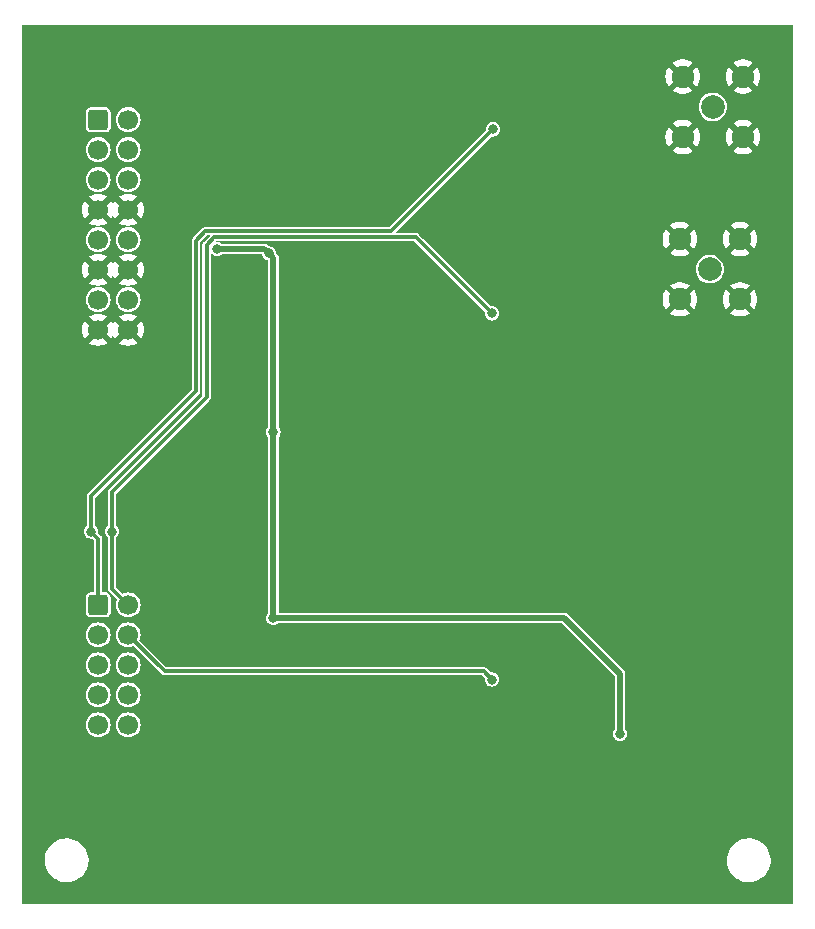
<source format=gbr>
%TF.GenerationSoftware,KiCad,Pcbnew,7.0.9*%
%TF.CreationDate,2024-01-21T16:30:30-08:00*%
%TF.ProjectId,QSE Filter,51534520-4669-46c7-9465-722e6b696361,rev?*%
%TF.SameCoordinates,Original*%
%TF.FileFunction,Copper,L2,Bot*%
%TF.FilePolarity,Positive*%
%FSLAX46Y46*%
G04 Gerber Fmt 4.6, Leading zero omitted, Abs format (unit mm)*
G04 Created by KiCad (PCBNEW 7.0.9) date 2024-01-21 16:30:30*
%MOMM*%
%LPD*%
G01*
G04 APERTURE LIST*
G04 Aperture macros list*
%AMRoundRect*
0 Rectangle with rounded corners*
0 $1 Rounding radius*
0 $2 $3 $4 $5 $6 $7 $8 $9 X,Y pos of 4 corners*
0 Add a 4 corners polygon primitive as box body*
4,1,4,$2,$3,$4,$5,$6,$7,$8,$9,$2,$3,0*
0 Add four circle primitives for the rounded corners*
1,1,$1+$1,$2,$3*
1,1,$1+$1,$4,$5*
1,1,$1+$1,$6,$7*
1,1,$1+$1,$8,$9*
0 Add four rect primitives between the rounded corners*
20,1,$1+$1,$2,$3,$4,$5,0*
20,1,$1+$1,$4,$5,$6,$7,0*
20,1,$1+$1,$6,$7,$8,$9,0*
20,1,$1+$1,$8,$9,$2,$3,0*%
G04 Aperture macros list end*
%TA.AperFunction,ComponentPad*%
%ADD10C,2.006600*%
%TD*%
%TA.AperFunction,ComponentPad*%
%ADD11C,1.905000*%
%TD*%
%TA.AperFunction,ComponentPad*%
%ADD12RoundRect,0.250000X-0.600000X-0.600000X0.600000X-0.600000X0.600000X0.600000X-0.600000X0.600000X0*%
%TD*%
%TA.AperFunction,ComponentPad*%
%ADD13C,1.700000*%
%TD*%
%TA.AperFunction,ViaPad*%
%ADD14C,0.800000*%
%TD*%
%TA.AperFunction,Conductor*%
%ADD15C,0.300000*%
%TD*%
%TA.AperFunction,Conductor*%
%ADD16C,0.500000*%
%TD*%
G04 APERTURE END LIST*
D10*
%TO.P,J1,1,In*%
%TO.N,RF_In*%
X135960000Y-54210000D03*
D11*
%TO.P,J1,2,Ext*%
%TO.N,GND*%
X133407300Y-51657300D03*
%TO.P,J1,3,Ext*%
X133407300Y-56762700D03*
%TO.P,J1,4,Ext*%
X138512700Y-56762700D03*
%TO.P,J1,5,Ext*%
X138512700Y-51657300D03*
%TD*%
D12*
%TO.P,J4,1,Pin_1*%
%TO.N,Band_80M*%
X83918100Y-96380000D03*
D13*
%TO.P,J4,2,Pin_2*%
%TO.N,Band_40M*%
X86458100Y-96380000D03*
%TO.P,J4,3,Pin_3*%
%TO.N,Band_20M*%
X83918100Y-98920000D03*
%TO.P,J4,4,Pin_4*%
%TO.N,Band_15M*%
X86458100Y-98920000D03*
%TO.P,J4,5,Pin_5*%
%TO.N,unconnected-(J4-Pin_5-Pad5)*%
X83918100Y-101460000D03*
%TO.P,J4,6,Pin_6*%
%TO.N,unconnected-(J4-Pin_6-Pad6)*%
X86458100Y-101460000D03*
%TO.P,J4,7,Pin_7*%
%TO.N,unconnected-(J4-Pin_7-Pad7)*%
X83918100Y-104000000D03*
%TO.P,J4,8,Pin_8*%
%TO.N,unconnected-(J4-Pin_8-Pad8)*%
X86458100Y-104000000D03*
%TO.P,J4,9,Pin_9*%
%TO.N,unconnected-(J4-Pin_9-Pad9)*%
X83918100Y-106540000D03*
%TO.P,J4,10,Pin_10*%
%TO.N,unconnected-(J4-Pin_10-Pad10)*%
X86458100Y-106540000D03*
%TD*%
D10*
%TO.P,J2,1,In*%
%TO.N,RF_Out*%
X135710000Y-67960000D03*
D11*
%TO.P,J2,2,Ext*%
%TO.N,GND*%
X133157300Y-65407300D03*
%TO.P,J2,3,Ext*%
X133157300Y-70512700D03*
%TO.P,J2,4,Ext*%
X138262700Y-70512700D03*
%TO.P,J2,5,Ext*%
X138262700Y-65407300D03*
%TD*%
D12*
%TO.P,J3,1,Pin_1*%
%TO.N,unconnected-(J3-Pin_1-Pad1)*%
X83918100Y-55300000D03*
D13*
%TO.P,J3,2,Pin_2*%
%TO.N,unconnected-(J3-Pin_2-Pad2)*%
X86458100Y-55300000D03*
%TO.P,J3,3,Pin_3*%
%TO.N,unconnected-(J3-Pin_3-Pad3)*%
X83918100Y-57840000D03*
%TO.P,J3,4,Pin_4*%
%TO.N,unconnected-(J3-Pin_4-Pad4)*%
X86458100Y-57840000D03*
%TO.P,J3,5,Pin_5*%
%TO.N,+12V*%
X83918100Y-60380000D03*
%TO.P,J3,6,Pin_6*%
X86458100Y-60380000D03*
%TO.P,J3,7,Pin_7*%
%TO.N,GND*%
X83918100Y-62920000D03*
%TO.P,J3,8,Pin_8*%
X86458100Y-62920000D03*
%TO.P,J3,9,Pin_9*%
%TO.N,unconnected-(J3-Pin_9-Pad9)*%
X83918100Y-65460000D03*
%TO.P,J3,10,Pin_10*%
%TO.N,unconnected-(J3-Pin_10-Pad10)*%
X86458100Y-65460000D03*
%TO.P,J3,11,Pin_11*%
%TO.N,GND*%
X83918100Y-68000000D03*
%TO.P,J3,12,Pin_12*%
X86458100Y-68000000D03*
%TO.P,J3,13,Pin_13*%
%TO.N,+3.3V*%
X83918100Y-70540000D03*
%TO.P,J3,14,Pin_14*%
X86458100Y-70540000D03*
%TO.P,J3,15,Pin_15*%
%TO.N,GND*%
X83918100Y-73080000D03*
%TO.P,J3,16,Pin_16*%
X86458100Y-73080000D03*
%TD*%
D14*
%TO.N,Band_80M*%
X83312000Y-90170000D03*
X117347499Y-56120000D03*
%TO.N,GND*%
X128270000Y-58420000D03*
X130556000Y-76962000D03*
X134620000Y-60960000D03*
X92456000Y-95758000D03*
X101600000Y-109220000D03*
X129286000Y-75692000D03*
X93980000Y-116840000D03*
X102870000Y-58420000D03*
X100330000Y-109220000D03*
X92456000Y-97028000D03*
X102870000Y-76200000D03*
X128016000Y-114300000D03*
X131826000Y-74422000D03*
X92456000Y-104902000D03*
X129540000Y-52070000D03*
X99060000Y-114300000D03*
X136906000Y-102362000D03*
X138176000Y-102362000D03*
X117856000Y-116840000D03*
X102870000Y-59690000D03*
X116700000Y-63800000D03*
X91440000Y-114300000D03*
X92456000Y-106426000D03*
X129540000Y-50800000D03*
X131826000Y-75692000D03*
X100330000Y-76200000D03*
X117856000Y-114300000D03*
X122682000Y-101854000D03*
X128270000Y-50800000D03*
X92456000Y-109474000D03*
X130556000Y-74422000D03*
X121600000Y-106700000D03*
X101600000Y-116840000D03*
X125476000Y-116840000D03*
X121600000Y-91300000D03*
X116600000Y-94800000D03*
X129286000Y-74422000D03*
X122936000Y-116840000D03*
X102870000Y-109220000D03*
X100330000Y-107950000D03*
X89408000Y-84836000D03*
X136906000Y-103632000D03*
X90678000Y-84836000D03*
X116500000Y-110500000D03*
X123150000Y-55800000D03*
X102870000Y-107950000D03*
X99060000Y-116840000D03*
X123160000Y-82250000D03*
X90678000Y-86106000D03*
X130556000Y-116840000D03*
X131826000Y-76962000D03*
X96520000Y-116840000D03*
X123952000Y-100584000D03*
X138176000Y-103632000D03*
X101600000Y-76200000D03*
X123190000Y-54610000D03*
X100330000Y-74930000D03*
X92456000Y-94488000D03*
X101600000Y-114300000D03*
X101600000Y-59690000D03*
X102870000Y-74930000D03*
X124460000Y-54610000D03*
X116600000Y-108100000D03*
X123090000Y-66850000D03*
X122074000Y-66850000D03*
X89408000Y-86106000D03*
X116600000Y-77100000D03*
X89408000Y-83566000D03*
X88900000Y-114300000D03*
X133350000Y-60960000D03*
X116500000Y-92600000D03*
X102870000Y-90170000D03*
X128270000Y-52070000D03*
X100330000Y-59690000D03*
X101600000Y-107950000D03*
X92456000Y-93218000D03*
X100330000Y-91440000D03*
X116700000Y-61600000D03*
X100330000Y-58420000D03*
X129540000Y-57150000D03*
X91440000Y-116840000D03*
X102870000Y-91440000D03*
X90678000Y-83566000D03*
X101600000Y-58420000D03*
X121500000Y-75700000D03*
X101600000Y-74930000D03*
X116500000Y-79500000D03*
X128270000Y-57150000D03*
X123160000Y-83520000D03*
X123090000Y-67866000D03*
X122074000Y-67866000D03*
X124430000Y-82250000D03*
X128016000Y-116840000D03*
X101600000Y-90170000D03*
X88900000Y-116840000D03*
X101600000Y-91440000D03*
X120396000Y-116840000D03*
X92456000Y-107950000D03*
X137160000Y-60960000D03*
X138430000Y-60960000D03*
X129286000Y-76962000D03*
X122682000Y-100584000D03*
X121400000Y-60200000D03*
X120396000Y-114300000D03*
X129540000Y-58420000D03*
X130556000Y-75692000D03*
X100330000Y-90170000D03*
X123952000Y-101854000D03*
X124430000Y-83520000D03*
X130556000Y-114300000D03*
X135890000Y-60960000D03*
%TO.N,Band_40M*%
X85090000Y-90170000D03*
X117250000Y-71700000D03*
%TO.N,Band_15M*%
X117250000Y-102700000D03*
%TO.N,+12V*%
X98750000Y-81750000D03*
X94000000Y-66250000D03*
X98750000Y-97500000D03*
X98375000Y-66625000D03*
X128100000Y-107300000D03*
%TD*%
D15*
%TO.N,Band_80M*%
X83918100Y-90776100D02*
X83312000Y-90170000D01*
X83312000Y-90170000D02*
X83312000Y-87188000D01*
X92202000Y-78298000D02*
X92202000Y-65548000D01*
X108717499Y-64750000D02*
X117347499Y-56120000D01*
X93000000Y-64750000D02*
X108717499Y-64750000D01*
X83312000Y-87188000D02*
X92202000Y-78298000D01*
X92202000Y-65548000D02*
X93000000Y-64750000D01*
X83918100Y-96380000D02*
X83918100Y-90776100D01*
%TO.N,Band_40M*%
X110800000Y-65250000D02*
X117250000Y-71700000D01*
X93100000Y-65900000D02*
X93750000Y-65250000D01*
X93750000Y-65250000D02*
X110800000Y-65250000D01*
X85090000Y-90170000D02*
X85090000Y-86823339D01*
X85090000Y-95011900D02*
X86458100Y-96380000D01*
X85090000Y-86823339D02*
X93100000Y-78813339D01*
X93100000Y-78813339D02*
X93100000Y-65900000D01*
X85090000Y-90170000D02*
X85090000Y-95011900D01*
%TO.N,Band_15M*%
X117250000Y-102700000D02*
X116550000Y-102000000D01*
X116550000Y-102000000D02*
X89538100Y-102000000D01*
X89538100Y-102000000D02*
X86458100Y-98920000D01*
D16*
%TO.N,+12V*%
X128100000Y-102200000D02*
X128100000Y-107300000D01*
X94000000Y-66250000D02*
X98000000Y-66250000D01*
X98750000Y-81750000D02*
X98750000Y-97500000D01*
X98000000Y-66250000D02*
X98375000Y-66625000D01*
X98750000Y-97500000D02*
X123400000Y-97500000D01*
X98750000Y-67000000D02*
X98750000Y-81750000D01*
X98375000Y-66625000D02*
X98750000Y-67000000D01*
X123400000Y-97500000D02*
X128100000Y-102200000D01*
%TD*%
%TA.AperFunction,Conductor*%
%TO.N,GND*%
G36*
X142746132Y-47253868D02*
G01*
X142749500Y-47262000D01*
X142749500Y-121688000D01*
X142746132Y-121696132D01*
X142738000Y-121699500D01*
X77512000Y-121699500D01*
X77503868Y-121696132D01*
X77500500Y-121688000D01*
X77500500Y-118067760D01*
X79395787Y-118067760D01*
X79425413Y-118337009D01*
X79425414Y-118337018D01*
X79425415Y-118337020D01*
X79493926Y-118599084D01*
X79599868Y-118848387D01*
X79671998Y-118966577D01*
X79740982Y-119079610D01*
X79740988Y-119079617D01*
X79740990Y-119079620D01*
X79914247Y-119287811D01*
X79914250Y-119287814D01*
X79914255Y-119287820D01*
X80115998Y-119468582D01*
X80341910Y-119618044D01*
X80587176Y-119733020D01*
X80846569Y-119811060D01*
X80846581Y-119811061D01*
X80846582Y-119811062D01*
X81114547Y-119850498D01*
X81114561Y-119850500D01*
X81114562Y-119850500D01*
X81317636Y-119850500D01*
X81520147Y-119835678D01*
X81520148Y-119835677D01*
X81520156Y-119835677D01*
X81784553Y-119776780D01*
X82037558Y-119680014D01*
X82273777Y-119547441D01*
X82488177Y-119381888D01*
X82676186Y-119186881D01*
X82833799Y-118966579D01*
X82957656Y-118725675D01*
X83045118Y-118469305D01*
X83094319Y-118202933D01*
X83099259Y-118067760D01*
X137145787Y-118067760D01*
X137175413Y-118337009D01*
X137175414Y-118337018D01*
X137175415Y-118337020D01*
X137243926Y-118599084D01*
X137349868Y-118848387D01*
X137421998Y-118966577D01*
X137490982Y-119079610D01*
X137490988Y-119079617D01*
X137490990Y-119079620D01*
X137664247Y-119287811D01*
X137664250Y-119287814D01*
X137664255Y-119287820D01*
X137865998Y-119468582D01*
X138091910Y-119618044D01*
X138337176Y-119733020D01*
X138596569Y-119811060D01*
X138596581Y-119811061D01*
X138596582Y-119811062D01*
X138864547Y-119850498D01*
X138864561Y-119850500D01*
X138864562Y-119850500D01*
X139067636Y-119850500D01*
X139270147Y-119835678D01*
X139270148Y-119835677D01*
X139270156Y-119835677D01*
X139534553Y-119776780D01*
X139787558Y-119680014D01*
X140023777Y-119547441D01*
X140238177Y-119381888D01*
X140426186Y-119186881D01*
X140583799Y-118966579D01*
X140707656Y-118725675D01*
X140795118Y-118469305D01*
X140844319Y-118202933D01*
X140854212Y-117932235D01*
X140824586Y-117662982D01*
X140756072Y-117400912D01*
X140650130Y-117151610D01*
X140509018Y-116920390D01*
X140335745Y-116712180D01*
X140134002Y-116531418D01*
X140133995Y-116531413D01*
X139908094Y-116381958D01*
X139908090Y-116381956D01*
X139662824Y-116266980D01*
X139662821Y-116266979D01*
X139403442Y-116188943D01*
X139403436Y-116188941D01*
X139403431Y-116188940D01*
X139403427Y-116188939D01*
X139403417Y-116188937D01*
X139135452Y-116149501D01*
X139135439Y-116149500D01*
X138932369Y-116149500D01*
X138932364Y-116149500D01*
X138729852Y-116164321D01*
X138729849Y-116164322D01*
X138729844Y-116164322D01*
X138729844Y-116164323D01*
X138465447Y-116223220D01*
X138465444Y-116223221D01*
X138465443Y-116223221D01*
X138212446Y-116319984D01*
X137976222Y-116452559D01*
X137976217Y-116452562D01*
X137761827Y-116618108D01*
X137761826Y-116618109D01*
X137573815Y-116813117D01*
X137573814Y-116813119D01*
X137416200Y-117033422D01*
X137292347Y-117274316D01*
X137204884Y-117530688D01*
X137204883Y-117530689D01*
X137155680Y-117797070D01*
X137155680Y-117797071D01*
X137145787Y-118067760D01*
X83099259Y-118067760D01*
X83104212Y-117932235D01*
X83074586Y-117662982D01*
X83006072Y-117400912D01*
X82900130Y-117151610D01*
X82759018Y-116920390D01*
X82585745Y-116712180D01*
X82384002Y-116531418D01*
X82383995Y-116531413D01*
X82158094Y-116381958D01*
X82158090Y-116381956D01*
X81912824Y-116266980D01*
X81912821Y-116266979D01*
X81653442Y-116188943D01*
X81653436Y-116188941D01*
X81653431Y-116188940D01*
X81653427Y-116188939D01*
X81653417Y-116188937D01*
X81385452Y-116149501D01*
X81385439Y-116149500D01*
X81182369Y-116149500D01*
X81182364Y-116149500D01*
X80979852Y-116164321D01*
X80979849Y-116164322D01*
X80979844Y-116164322D01*
X80979844Y-116164323D01*
X80715447Y-116223220D01*
X80715444Y-116223221D01*
X80715443Y-116223221D01*
X80462446Y-116319984D01*
X80226222Y-116452559D01*
X80226217Y-116452562D01*
X80011827Y-116618108D01*
X80011826Y-116618109D01*
X79823815Y-116813117D01*
X79823814Y-116813119D01*
X79666200Y-117033422D01*
X79542347Y-117274316D01*
X79454884Y-117530688D01*
X79454883Y-117530689D01*
X79405680Y-117797070D01*
X79405680Y-117797071D01*
X79395787Y-118067760D01*
X77500500Y-118067760D01*
X77500500Y-106540000D01*
X82862517Y-106540000D01*
X82882800Y-106745934D01*
X82882800Y-106745936D01*
X82882801Y-106745938D01*
X82942866Y-106943947D01*
X82942869Y-106943957D01*
X83040413Y-107126447D01*
X83040415Y-107126450D01*
X83171690Y-107286410D01*
X83331650Y-107417685D01*
X83514146Y-107515232D01*
X83712166Y-107575300D01*
X83918100Y-107595583D01*
X84124034Y-107575300D01*
X84322054Y-107515232D01*
X84504550Y-107417685D01*
X84664510Y-107286410D01*
X84795785Y-107126450D01*
X84893332Y-106943954D01*
X84953400Y-106745934D01*
X84973683Y-106540000D01*
X85402517Y-106540000D01*
X85422800Y-106745934D01*
X85422800Y-106745936D01*
X85422801Y-106745938D01*
X85482866Y-106943947D01*
X85482869Y-106943957D01*
X85580413Y-107126447D01*
X85580415Y-107126450D01*
X85711690Y-107286410D01*
X85871650Y-107417685D01*
X86054146Y-107515232D01*
X86252166Y-107575300D01*
X86458100Y-107595583D01*
X86664034Y-107575300D01*
X86862054Y-107515232D01*
X87044550Y-107417685D01*
X87204510Y-107286410D01*
X87335785Y-107126450D01*
X87433332Y-106943954D01*
X87493400Y-106745934D01*
X87513683Y-106540000D01*
X87493400Y-106334066D01*
X87433332Y-106136046D01*
X87335785Y-105953550D01*
X87204510Y-105793590D01*
X87044550Y-105662315D01*
X87044548Y-105662314D01*
X87044547Y-105662313D01*
X86862057Y-105564769D01*
X86862047Y-105564766D01*
X86664038Y-105504701D01*
X86664036Y-105504700D01*
X86664034Y-105504700D01*
X86458100Y-105484417D01*
X86252166Y-105504700D01*
X86252163Y-105504700D01*
X86252161Y-105504701D01*
X86054152Y-105564766D01*
X86054142Y-105564769D01*
X85871652Y-105662313D01*
X85711690Y-105793590D01*
X85580413Y-105953552D01*
X85482869Y-106136042D01*
X85482866Y-106136052D01*
X85422801Y-106334061D01*
X85422800Y-106334063D01*
X85422800Y-106334066D01*
X85402517Y-106540000D01*
X84973683Y-106540000D01*
X84953400Y-106334066D01*
X84893332Y-106136046D01*
X84795785Y-105953550D01*
X84664510Y-105793590D01*
X84504550Y-105662315D01*
X84504548Y-105662314D01*
X84504547Y-105662313D01*
X84322057Y-105564769D01*
X84322047Y-105564766D01*
X84124038Y-105504701D01*
X84124036Y-105504700D01*
X84124034Y-105504700D01*
X83918100Y-105484417D01*
X83712166Y-105504700D01*
X83712163Y-105504700D01*
X83712161Y-105504701D01*
X83514152Y-105564766D01*
X83514142Y-105564769D01*
X83331652Y-105662313D01*
X83171690Y-105793590D01*
X83040413Y-105953552D01*
X82942869Y-106136042D01*
X82942866Y-106136052D01*
X82882801Y-106334061D01*
X82882800Y-106334063D01*
X82882800Y-106334066D01*
X82862517Y-106540000D01*
X77500500Y-106540000D01*
X77500500Y-104000000D01*
X82862517Y-104000000D01*
X82882800Y-104205934D01*
X82882800Y-104205936D01*
X82882801Y-104205938D01*
X82942866Y-104403947D01*
X82942869Y-104403957D01*
X83040413Y-104586447D01*
X83040415Y-104586450D01*
X83171690Y-104746410D01*
X83331650Y-104877685D01*
X83514146Y-104975232D01*
X83712166Y-105035300D01*
X83918100Y-105055583D01*
X84124034Y-105035300D01*
X84322054Y-104975232D01*
X84504550Y-104877685D01*
X84664510Y-104746410D01*
X84795785Y-104586450D01*
X84893332Y-104403954D01*
X84953400Y-104205934D01*
X84973683Y-104000000D01*
X85402517Y-104000000D01*
X85422800Y-104205934D01*
X85422800Y-104205936D01*
X85422801Y-104205938D01*
X85482866Y-104403947D01*
X85482869Y-104403957D01*
X85580413Y-104586447D01*
X85580415Y-104586450D01*
X85711690Y-104746410D01*
X85871650Y-104877685D01*
X86054146Y-104975232D01*
X86252166Y-105035300D01*
X86458100Y-105055583D01*
X86664034Y-105035300D01*
X86862054Y-104975232D01*
X87044550Y-104877685D01*
X87204510Y-104746410D01*
X87335785Y-104586450D01*
X87433332Y-104403954D01*
X87493400Y-104205934D01*
X87513683Y-104000000D01*
X87493400Y-103794066D01*
X87433332Y-103596046D01*
X87335785Y-103413550D01*
X87204510Y-103253590D01*
X87044550Y-103122315D01*
X87044548Y-103122314D01*
X87044547Y-103122313D01*
X86862057Y-103024769D01*
X86862047Y-103024766D01*
X86664038Y-102964701D01*
X86664036Y-102964700D01*
X86664034Y-102964700D01*
X86458100Y-102944417D01*
X86252166Y-102964700D01*
X86252163Y-102964700D01*
X86252161Y-102964701D01*
X86054152Y-103024766D01*
X86054142Y-103024769D01*
X85871652Y-103122313D01*
X85711690Y-103253590D01*
X85580413Y-103413552D01*
X85482869Y-103596042D01*
X85482866Y-103596052D01*
X85422801Y-103794061D01*
X85422800Y-103794063D01*
X85422800Y-103794066D01*
X85402517Y-104000000D01*
X84973683Y-104000000D01*
X84953400Y-103794066D01*
X84893332Y-103596046D01*
X84795785Y-103413550D01*
X84664510Y-103253590D01*
X84504550Y-103122315D01*
X84504548Y-103122314D01*
X84504547Y-103122313D01*
X84322057Y-103024769D01*
X84322047Y-103024766D01*
X84124038Y-102964701D01*
X84124036Y-102964700D01*
X84124034Y-102964700D01*
X83918100Y-102944417D01*
X83712166Y-102964700D01*
X83712163Y-102964700D01*
X83712161Y-102964701D01*
X83514152Y-103024766D01*
X83514142Y-103024769D01*
X83331652Y-103122313D01*
X83171690Y-103253590D01*
X83040413Y-103413552D01*
X82942869Y-103596042D01*
X82942866Y-103596052D01*
X82882801Y-103794061D01*
X82882800Y-103794063D01*
X82882800Y-103794066D01*
X82862517Y-104000000D01*
X77500500Y-104000000D01*
X77500500Y-101460000D01*
X82862517Y-101460000D01*
X82882800Y-101665934D01*
X82882800Y-101665936D01*
X82882801Y-101665938D01*
X82902726Y-101731621D01*
X82935452Y-101839508D01*
X82942866Y-101863947D01*
X82942869Y-101863957D01*
X83013944Y-101996927D01*
X83040415Y-102046450D01*
X83171690Y-102206410D01*
X83331650Y-102337685D01*
X83514146Y-102435232D01*
X83712166Y-102495300D01*
X83918100Y-102515583D01*
X84124034Y-102495300D01*
X84322054Y-102435232D01*
X84504550Y-102337685D01*
X84664510Y-102206410D01*
X84795785Y-102046450D01*
X84893332Y-101863954D01*
X84953400Y-101665934D01*
X84973683Y-101460000D01*
X85402517Y-101460000D01*
X85422800Y-101665934D01*
X85422800Y-101665936D01*
X85422801Y-101665938D01*
X85442726Y-101731621D01*
X85475452Y-101839508D01*
X85482866Y-101863947D01*
X85482869Y-101863957D01*
X85553944Y-101996927D01*
X85580415Y-102046450D01*
X85711690Y-102206410D01*
X85871650Y-102337685D01*
X86054146Y-102435232D01*
X86252166Y-102495300D01*
X86458100Y-102515583D01*
X86664034Y-102495300D01*
X86862054Y-102435232D01*
X87044550Y-102337685D01*
X87204510Y-102206410D01*
X87335785Y-102046450D01*
X87433332Y-101863954D01*
X87493400Y-101665934D01*
X87513683Y-101460000D01*
X87493400Y-101254066D01*
X87433332Y-101056046D01*
X87335785Y-100873550D01*
X87204510Y-100713590D01*
X87044550Y-100582315D01*
X87044548Y-100582314D01*
X87044547Y-100582313D01*
X86862057Y-100484769D01*
X86862047Y-100484766D01*
X86664038Y-100424701D01*
X86664036Y-100424700D01*
X86664034Y-100424700D01*
X86458100Y-100404417D01*
X86252166Y-100424700D01*
X86252163Y-100424700D01*
X86252161Y-100424701D01*
X86054152Y-100484766D01*
X86054142Y-100484769D01*
X85871652Y-100582313D01*
X85711690Y-100713590D01*
X85580413Y-100873552D01*
X85482869Y-101056042D01*
X85482866Y-101056052D01*
X85422801Y-101254061D01*
X85422800Y-101254063D01*
X85422800Y-101254066D01*
X85402517Y-101460000D01*
X84973683Y-101460000D01*
X84953400Y-101254066D01*
X84893332Y-101056046D01*
X84795785Y-100873550D01*
X84664510Y-100713590D01*
X84504550Y-100582315D01*
X84504548Y-100582314D01*
X84504547Y-100582313D01*
X84322057Y-100484769D01*
X84322047Y-100484766D01*
X84124038Y-100424701D01*
X84124036Y-100424700D01*
X84124034Y-100424700D01*
X83918100Y-100404417D01*
X83712166Y-100424700D01*
X83712163Y-100424700D01*
X83712161Y-100424701D01*
X83514152Y-100484766D01*
X83514142Y-100484769D01*
X83331652Y-100582313D01*
X83171690Y-100713590D01*
X83040413Y-100873552D01*
X82942869Y-101056042D01*
X82942866Y-101056052D01*
X82882801Y-101254061D01*
X82882800Y-101254063D01*
X82882800Y-101254066D01*
X82862517Y-101460000D01*
X77500500Y-101460000D01*
X77500500Y-98920000D01*
X82862517Y-98920000D01*
X82882800Y-99125934D01*
X82882800Y-99125936D01*
X82882801Y-99125938D01*
X82942866Y-99323947D01*
X82942869Y-99323957D01*
X83040413Y-99506447D01*
X83040415Y-99506450D01*
X83171690Y-99666410D01*
X83331650Y-99797685D01*
X83514146Y-99895232D01*
X83712166Y-99955300D01*
X83918100Y-99975583D01*
X84124034Y-99955300D01*
X84322054Y-99895232D01*
X84504550Y-99797685D01*
X84664510Y-99666410D01*
X84795785Y-99506450D01*
X84893332Y-99323954D01*
X84953400Y-99125934D01*
X84973683Y-98920000D01*
X85402517Y-98920000D01*
X85422800Y-99125934D01*
X85422800Y-99125936D01*
X85422801Y-99125938D01*
X85482866Y-99323947D01*
X85482869Y-99323957D01*
X85580413Y-99506447D01*
X85580415Y-99506450D01*
X85711690Y-99666410D01*
X85871650Y-99797685D01*
X86054146Y-99895232D01*
X86252166Y-99955300D01*
X86458100Y-99975583D01*
X86664034Y-99955300D01*
X86862054Y-99895232D01*
X86903797Y-99872918D01*
X86912553Y-99872056D01*
X86917347Y-99874929D01*
X89263712Y-102221293D01*
X89265207Y-102223135D01*
X89276660Y-102240666D01*
X89276665Y-102240671D01*
X89283563Y-102246039D01*
X89305373Y-102263014D01*
X89305894Y-102263475D01*
X89310794Y-102268375D01*
X89310797Y-102268377D01*
X89310798Y-102268378D01*
X89328530Y-102281038D01*
X89368975Y-102312518D01*
X89374407Y-102314382D01*
X89377353Y-102315898D01*
X89382034Y-102319240D01*
X89431145Y-102333861D01*
X89479612Y-102350500D01*
X89485359Y-102350500D01*
X89488640Y-102350978D01*
X89490707Y-102351593D01*
X89494146Y-102352617D01*
X89494146Y-102352616D01*
X89494147Y-102352617D01*
X89545342Y-102350500D01*
X116400054Y-102350500D01*
X116408186Y-102353868D01*
X116653103Y-102598785D01*
X116656471Y-102606917D01*
X116656373Y-102608418D01*
X116644318Y-102699999D01*
X116644318Y-102700000D01*
X116664956Y-102856762D01*
X116725464Y-103002841D01*
X116821718Y-103128282D01*
X116947159Y-103224536D01*
X117093238Y-103285044D01*
X117250000Y-103305682D01*
X117406762Y-103285044D01*
X117552841Y-103224536D01*
X117678282Y-103128282D01*
X117774536Y-103002841D01*
X117835044Y-102856762D01*
X117855682Y-102700000D01*
X117835044Y-102543238D01*
X117774536Y-102397159D01*
X117678282Y-102271718D01*
X117552841Y-102175464D01*
X117406762Y-102114956D01*
X117250000Y-102094318D01*
X117249999Y-102094318D01*
X117158418Y-102106373D01*
X117149916Y-102104094D01*
X117148785Y-102103103D01*
X116824384Y-101778702D01*
X116822893Y-101776866D01*
X116811437Y-101759331D01*
X116811434Y-101759329D01*
X116811434Y-101759328D01*
X116801069Y-101751261D01*
X116782730Y-101736988D01*
X116782208Y-101736526D01*
X116777307Y-101731625D01*
X116777303Y-101731622D01*
X116777302Y-101731621D01*
X116759561Y-101718955D01*
X116719127Y-101687483D01*
X116719124Y-101687481D01*
X116713688Y-101685615D01*
X116710744Y-101684100D01*
X116706066Y-101680760D01*
X116706065Y-101680759D01*
X116656954Y-101666138D01*
X116608488Y-101649500D01*
X116602741Y-101649500D01*
X116599460Y-101649022D01*
X116593952Y-101647382D01*
X116542769Y-101649500D01*
X89688046Y-101649500D01*
X89679914Y-101646132D01*
X87413029Y-99379247D01*
X87409661Y-99371115D01*
X87411017Y-99365698D01*
X87433332Y-99323954D01*
X87493400Y-99125934D01*
X87513683Y-98920000D01*
X87493400Y-98714066D01*
X87433332Y-98516046D01*
X87335785Y-98333550D01*
X87204510Y-98173590D01*
X87044550Y-98042315D01*
X87044548Y-98042314D01*
X87044547Y-98042313D01*
X86862057Y-97944769D01*
X86862047Y-97944766D01*
X86664038Y-97884701D01*
X86664036Y-97884700D01*
X86664034Y-97884700D01*
X86458100Y-97864417D01*
X86252166Y-97884700D01*
X86252163Y-97884700D01*
X86252161Y-97884701D01*
X86054152Y-97944766D01*
X86054142Y-97944769D01*
X85871652Y-98042313D01*
X85711690Y-98173590D01*
X85580413Y-98333552D01*
X85482869Y-98516042D01*
X85482866Y-98516052D01*
X85422801Y-98714061D01*
X85422800Y-98714063D01*
X85422800Y-98714066D01*
X85402517Y-98920000D01*
X84973683Y-98920000D01*
X84953400Y-98714066D01*
X84893332Y-98516046D01*
X84795785Y-98333550D01*
X84664510Y-98173590D01*
X84504550Y-98042315D01*
X84504548Y-98042314D01*
X84504547Y-98042313D01*
X84322057Y-97944769D01*
X84322047Y-97944766D01*
X84124038Y-97884701D01*
X84124036Y-97884700D01*
X84124034Y-97884700D01*
X83918100Y-97864417D01*
X83712166Y-97884700D01*
X83712163Y-97884700D01*
X83712161Y-97884701D01*
X83514152Y-97944766D01*
X83514142Y-97944769D01*
X83331652Y-98042313D01*
X83171690Y-98173590D01*
X83040413Y-98333552D01*
X82942869Y-98516042D01*
X82942866Y-98516052D01*
X82882801Y-98714061D01*
X82882800Y-98714063D01*
X82882800Y-98714066D01*
X82862517Y-98920000D01*
X77500500Y-98920000D01*
X77500500Y-90170000D01*
X82706318Y-90170000D01*
X82726956Y-90326762D01*
X82787464Y-90472841D01*
X82883718Y-90598282D01*
X83009159Y-90694536D01*
X83155238Y-90755044D01*
X83312000Y-90775682D01*
X83403580Y-90763624D01*
X83412082Y-90765902D01*
X83413213Y-90766894D01*
X83564232Y-90917913D01*
X83567600Y-90926045D01*
X83567600Y-95318000D01*
X83564232Y-95326132D01*
X83556100Y-95329500D01*
X83263828Y-95329500D01*
X83233397Y-95332354D01*
X83105216Y-95377207D01*
X83105215Y-95377208D01*
X82995951Y-95457849D01*
X82995949Y-95457851D01*
X82915308Y-95567115D01*
X82915307Y-95567116D01*
X82870454Y-95695297D01*
X82867600Y-95725728D01*
X82867600Y-97034271D01*
X82870454Y-97064702D01*
X82915307Y-97192883D01*
X82915308Y-97192884D01*
X82955628Y-97247516D01*
X82995950Y-97302150D01*
X83051623Y-97343238D01*
X83105215Y-97382791D01*
X83105216Y-97382792D01*
X83105217Y-97382792D01*
X83105218Y-97382793D01*
X83160195Y-97402030D01*
X83233397Y-97427645D01*
X83233398Y-97427645D01*
X83233401Y-97427646D01*
X83263834Y-97430500D01*
X83263842Y-97430500D01*
X84572358Y-97430500D01*
X84572366Y-97430500D01*
X84602799Y-97427646D01*
X84730982Y-97382793D01*
X84840250Y-97302150D01*
X84920893Y-97192882D01*
X84965746Y-97064699D01*
X84968600Y-97034266D01*
X84968600Y-95725734D01*
X84965746Y-95695301D01*
X84944152Y-95633590D01*
X84920892Y-95567116D01*
X84920891Y-95567115D01*
X84873065Y-95502313D01*
X84840250Y-95457850D01*
X84785616Y-95417528D01*
X84730984Y-95377208D01*
X84730983Y-95377207D01*
X84602802Y-95332354D01*
X84572371Y-95329500D01*
X84572366Y-95329500D01*
X84280100Y-95329500D01*
X84271968Y-95326132D01*
X84268600Y-95318000D01*
X84268600Y-90813641D01*
X84268845Y-90811281D01*
X84273143Y-90790785D01*
X84268644Y-90754692D01*
X84268600Y-90753980D01*
X84268600Y-90747061D01*
X84265012Y-90725559D01*
X84258673Y-90674707D01*
X84256149Y-90669544D01*
X84255137Y-90666385D01*
X84254192Y-90660720D01*
X84254190Y-90660716D01*
X84229804Y-90615655D01*
X84221311Y-90598282D01*
X84207298Y-90569616D01*
X84203232Y-90565550D01*
X84201251Y-90562893D01*
X84198518Y-90557842D01*
X84160824Y-90523142D01*
X83908895Y-90271213D01*
X83905527Y-90263081D01*
X83905625Y-90261580D01*
X83917682Y-90170000D01*
X83897044Y-90013238D01*
X83836536Y-89867159D01*
X83740282Y-89741718D01*
X83740281Y-89741717D01*
X83740278Y-89741714D01*
X83666999Y-89685484D01*
X83662598Y-89677862D01*
X83662500Y-89676361D01*
X83662500Y-87337945D01*
X83665867Y-87329814D01*
X92423299Y-78572381D01*
X92425129Y-78570895D01*
X92442669Y-78559437D01*
X92465011Y-78530729D01*
X92465465Y-78530215D01*
X92470376Y-78525306D01*
X92483047Y-78507558D01*
X92514517Y-78467126D01*
X92516382Y-78461689D01*
X92517898Y-78458745D01*
X92521240Y-78454066D01*
X92535860Y-78404956D01*
X92552500Y-78356488D01*
X92552500Y-78350739D01*
X92552978Y-78347457D01*
X92554617Y-78341953D01*
X92552500Y-78290757D01*
X92552500Y-65697946D01*
X92555868Y-65689814D01*
X93141814Y-65103868D01*
X93149946Y-65100500D01*
X93376054Y-65100500D01*
X93384186Y-65103868D01*
X93387554Y-65112000D01*
X93384186Y-65120132D01*
X92878701Y-65625615D01*
X92876859Y-65627110D01*
X92859334Y-65638560D01*
X92859331Y-65638563D01*
X92836994Y-65667259D01*
X92836523Y-65667792D01*
X92831630Y-65672686D01*
X92831627Y-65672689D01*
X92818955Y-65690438D01*
X92787483Y-65730872D01*
X92787483Y-65730873D01*
X92785615Y-65736311D01*
X92784100Y-65739254D01*
X92780760Y-65743934D01*
X92766138Y-65793045D01*
X92749500Y-65841511D01*
X92749500Y-65847259D01*
X92749022Y-65850540D01*
X92747382Y-65856047D01*
X92749500Y-65907231D01*
X92749500Y-78663392D01*
X92746132Y-78671524D01*
X84868701Y-86548954D01*
X84866859Y-86550449D01*
X84849334Y-86561899D01*
X84849331Y-86561902D01*
X84826994Y-86590598D01*
X84826523Y-86591131D01*
X84821630Y-86596025D01*
X84821627Y-86596028D01*
X84808955Y-86613777D01*
X84777483Y-86654211D01*
X84777483Y-86654212D01*
X84775615Y-86659650D01*
X84774100Y-86662593D01*
X84770760Y-86667273D01*
X84756138Y-86716384D01*
X84739500Y-86764850D01*
X84739500Y-86770598D01*
X84739022Y-86773879D01*
X84737382Y-86779386D01*
X84739500Y-86830570D01*
X84739500Y-89676361D01*
X84736132Y-89684493D01*
X84735001Y-89685484D01*
X84661721Y-89741714D01*
X84661718Y-89741717D01*
X84565464Y-89867159D01*
X84504956Y-90013238D01*
X84484318Y-90170000D01*
X84504956Y-90326762D01*
X84565464Y-90472841D01*
X84661718Y-90598282D01*
X84735001Y-90654514D01*
X84739402Y-90662136D01*
X84739500Y-90663637D01*
X84739500Y-94974357D01*
X84739255Y-94976717D01*
X84734956Y-94997214D01*
X84739456Y-95033306D01*
X84739500Y-95034018D01*
X84739500Y-95040938D01*
X84743087Y-95062440D01*
X84749426Y-95113291D01*
X84751951Y-95118457D01*
X84752961Y-95121611D01*
X84753696Y-95126013D01*
X84753908Y-95127281D01*
X84778295Y-95172344D01*
X84800802Y-95218384D01*
X84800803Y-95218385D01*
X84804865Y-95222447D01*
X84806846Y-95225104D01*
X84809580Y-95230155D01*
X84809582Y-95230158D01*
X84847275Y-95264857D01*
X85503169Y-95920751D01*
X85506537Y-95928883D01*
X85505179Y-95934304D01*
X85482869Y-95976042D01*
X85482866Y-95976052D01*
X85422801Y-96174061D01*
X85422800Y-96174063D01*
X85422800Y-96174066D01*
X85402517Y-96380000D01*
X85422800Y-96585934D01*
X85422800Y-96585936D01*
X85422801Y-96585938D01*
X85482866Y-96783947D01*
X85482869Y-96783957D01*
X85580413Y-96966447D01*
X85580415Y-96966450D01*
X85711690Y-97126410D01*
X85871650Y-97257685D01*
X86054146Y-97355232D01*
X86252166Y-97415300D01*
X86458100Y-97435583D01*
X86664034Y-97415300D01*
X86862054Y-97355232D01*
X87044550Y-97257685D01*
X87204510Y-97126410D01*
X87335785Y-96966450D01*
X87433332Y-96783954D01*
X87493400Y-96585934D01*
X87513683Y-96380000D01*
X87493400Y-96174066D01*
X87433332Y-95976046D01*
X87335785Y-95793550D01*
X87204510Y-95633590D01*
X87044550Y-95502315D01*
X87044548Y-95502314D01*
X87044547Y-95502313D01*
X86862057Y-95404769D01*
X86862047Y-95404766D01*
X86664038Y-95344701D01*
X86664036Y-95344700D01*
X86664034Y-95344700D01*
X86458100Y-95324417D01*
X86252166Y-95344700D01*
X86252163Y-95344700D01*
X86252161Y-95344701D01*
X86054152Y-95404766D01*
X86054142Y-95404769D01*
X86012403Y-95427079D01*
X86003643Y-95427942D01*
X85998850Y-95425069D01*
X85443868Y-94870086D01*
X85440500Y-94861954D01*
X85440500Y-90663637D01*
X85443868Y-90655505D01*
X85444991Y-90654519D01*
X85518282Y-90598282D01*
X85614536Y-90472841D01*
X85675044Y-90326762D01*
X85695682Y-90170000D01*
X85675044Y-90013238D01*
X85614536Y-89867159D01*
X85518282Y-89741718D01*
X85518281Y-89741717D01*
X85518278Y-89741714D01*
X85444999Y-89685484D01*
X85440598Y-89677862D01*
X85440500Y-89676361D01*
X85440500Y-86973284D01*
X85443867Y-86965153D01*
X93321299Y-79087720D01*
X93323129Y-79086234D01*
X93340669Y-79074776D01*
X93363011Y-79046068D01*
X93363465Y-79045554D01*
X93368376Y-79040645D01*
X93381047Y-79022897D01*
X93412517Y-78982465D01*
X93414382Y-78977028D01*
X93415898Y-78974084D01*
X93419240Y-78969405D01*
X93433860Y-78920295D01*
X93450500Y-78871827D01*
X93450500Y-78866078D01*
X93450978Y-78862796D01*
X93452617Y-78857292D01*
X93450500Y-78806096D01*
X93450500Y-66550386D01*
X93453868Y-66542254D01*
X93462000Y-66538886D01*
X93470132Y-66542254D01*
X93472622Y-66545981D01*
X93475464Y-66552841D01*
X93571718Y-66678282D01*
X93697159Y-66774536D01*
X93843238Y-66835044D01*
X94000000Y-66855682D01*
X94156762Y-66835044D01*
X94302841Y-66774536D01*
X94396230Y-66702875D01*
X94403231Y-66700500D01*
X97769172Y-66700500D01*
X97777304Y-66703868D01*
X97780574Y-66710499D01*
X97789956Y-66781762D01*
X97850464Y-66927841D01*
X97946718Y-67053282D01*
X98072159Y-67149536D01*
X98218238Y-67210044D01*
X98289502Y-67219425D01*
X98297124Y-67223826D01*
X98299500Y-67230827D01*
X98299500Y-81346768D01*
X98297123Y-81353769D01*
X98225464Y-81447159D01*
X98164956Y-81593238D01*
X98144318Y-81750000D01*
X98164956Y-81906762D01*
X98225464Y-82052841D01*
X98297124Y-82146229D01*
X98299500Y-82153230D01*
X98299500Y-97096768D01*
X98297123Y-97103769D01*
X98225464Y-97197159D01*
X98164956Y-97343238D01*
X98144318Y-97500000D01*
X98164956Y-97656762D01*
X98225464Y-97802841D01*
X98321718Y-97928282D01*
X98447159Y-98024536D01*
X98593238Y-98085044D01*
X98750000Y-98105682D01*
X98906762Y-98085044D01*
X99052841Y-98024536D01*
X99146230Y-97952875D01*
X99153231Y-97950500D01*
X123208632Y-97950500D01*
X123216764Y-97953868D01*
X127646132Y-102383235D01*
X127649500Y-102391367D01*
X127649500Y-106896768D01*
X127647123Y-106903769D01*
X127575464Y-106997159D01*
X127514956Y-107143238D01*
X127494318Y-107300000D01*
X127514956Y-107456762D01*
X127575464Y-107602841D01*
X127671718Y-107728282D01*
X127797159Y-107824536D01*
X127943238Y-107885044D01*
X128100000Y-107905682D01*
X128256762Y-107885044D01*
X128402841Y-107824536D01*
X128528282Y-107728282D01*
X128624536Y-107602841D01*
X128685044Y-107456762D01*
X128705682Y-107300000D01*
X128685044Y-107143238D01*
X128624536Y-106997159D01*
X128552876Y-106903769D01*
X128550500Y-106896768D01*
X128550500Y-102225625D01*
X128550536Y-102224981D01*
X128552628Y-102206410D01*
X128555270Y-102182965D01*
X128550317Y-102156791D01*
X128544211Y-102124511D01*
X128538992Y-102089893D01*
X128535348Y-102065713D01*
X128532278Y-102059338D01*
X128531341Y-102056493D01*
X128530024Y-102049529D01*
X128502222Y-101996926D01*
X128476425Y-101943358D01*
X128476423Y-101943356D01*
X128476423Y-101943355D01*
X128471608Y-101938165D01*
X128469872Y-101935718D01*
X128466566Y-101929463D01*
X128424516Y-101887413D01*
X128384055Y-101843806D01*
X128384054Y-101843805D01*
X128377924Y-101840266D01*
X128375542Y-101838439D01*
X123736667Y-97199564D01*
X123736237Y-97199082D01*
X123734703Y-97197159D01*
X123709879Y-97166030D01*
X123660728Y-97132519D01*
X123652449Y-97126409D01*
X123612884Y-97097208D01*
X123612883Y-97097207D01*
X123609167Y-97095907D01*
X123606201Y-97094869D01*
X123603526Y-97093518D01*
X123597673Y-97089528D01*
X123597672Y-97089527D01*
X123540822Y-97071992D01*
X123484696Y-97052353D01*
X123477623Y-97052088D01*
X123474667Y-97051586D01*
X123467902Y-97049500D01*
X123467900Y-97049500D01*
X123408426Y-97049500D01*
X123348992Y-97047276D01*
X123348987Y-97047276D01*
X123343925Y-97048632D01*
X123342151Y-97049108D01*
X123339177Y-97049500D01*
X99212000Y-97049500D01*
X99203868Y-97046132D01*
X99200500Y-97038000D01*
X99200500Y-82153230D01*
X99202876Y-82146229D01*
X99274536Y-82052841D01*
X99335044Y-81906762D01*
X99355682Y-81750000D01*
X99335044Y-81593238D01*
X99274536Y-81447159D01*
X99202876Y-81353769D01*
X99200500Y-81346768D01*
X99200500Y-67025625D01*
X99200536Y-67024981D01*
X99200768Y-67022919D01*
X99205270Y-66982965D01*
X99200318Y-66956795D01*
X99194212Y-66924520D01*
X99188266Y-66885072D01*
X99185348Y-66865713D01*
X99182278Y-66859339D01*
X99181338Y-66856484D01*
X99181186Y-66855682D01*
X99180023Y-66849528D01*
X99152222Y-66796927D01*
X99126425Y-66743358D01*
X99126423Y-66743356D01*
X99126423Y-66743355D01*
X99121611Y-66738169D01*
X99119874Y-66735721D01*
X99116566Y-66729462D01*
X99074505Y-66687401D01*
X99034055Y-66643806D01*
X99034054Y-66643805D01*
X99027926Y-66640267D01*
X99025544Y-66638440D01*
X98978678Y-66591574D01*
X98975408Y-66584943D01*
X98971182Y-66552841D01*
X98960044Y-66468238D01*
X98899536Y-66322159D01*
X98803282Y-66196718D01*
X98677841Y-66100464D01*
X98531762Y-66039956D01*
X98531764Y-66039956D01*
X98415055Y-66024590D01*
X98408424Y-66021320D01*
X98336667Y-65949564D01*
X98336237Y-65949082D01*
X98309881Y-65916032D01*
X98309880Y-65916031D01*
X98260728Y-65882519D01*
X98212884Y-65847208D01*
X98212883Y-65847207D01*
X98209167Y-65845907D01*
X98206201Y-65844869D01*
X98203526Y-65843518D01*
X98197673Y-65839528D01*
X98197672Y-65839527D01*
X98140822Y-65821992D01*
X98084696Y-65802353D01*
X98077623Y-65802088D01*
X98074667Y-65801586D01*
X98067902Y-65799500D01*
X98067900Y-65799500D01*
X98008426Y-65799500D01*
X97948992Y-65797276D01*
X97948987Y-65797276D01*
X97943925Y-65798632D01*
X97942151Y-65799108D01*
X97939177Y-65799500D01*
X94403231Y-65799500D01*
X94396230Y-65797124D01*
X94302841Y-65725464D01*
X94156762Y-65664956D01*
X94000000Y-65644318D01*
X93999999Y-65644318D01*
X93862415Y-65662431D01*
X93853913Y-65660153D01*
X93849512Y-65652530D01*
X93851790Y-65644028D01*
X93852771Y-65642908D01*
X93891813Y-65603868D01*
X93899945Y-65600500D01*
X110650054Y-65600500D01*
X110658186Y-65603868D01*
X116653103Y-71598785D01*
X116656471Y-71606917D01*
X116656373Y-71608418D01*
X116644318Y-71699999D01*
X116644318Y-71700000D01*
X116664956Y-71856762D01*
X116725464Y-72002841D01*
X116821718Y-72128282D01*
X116947159Y-72224536D01*
X117093238Y-72285044D01*
X117250000Y-72305682D01*
X117406762Y-72285044D01*
X117552841Y-72224536D01*
X117678282Y-72128282D01*
X117774536Y-72002841D01*
X117835044Y-71856762D01*
X117855682Y-71700000D01*
X117835044Y-71543238D01*
X117774536Y-71397159D01*
X117678282Y-71271718D01*
X117552841Y-71175464D01*
X117406762Y-71114956D01*
X117250000Y-71094318D01*
X117249999Y-71094318D01*
X117158418Y-71106373D01*
X117149916Y-71104094D01*
X117148785Y-71103103D01*
X116558382Y-70512700D01*
X131699822Y-70512700D01*
X131719701Y-70752598D01*
X131778791Y-70985939D01*
X131778794Y-70985949D01*
X131875485Y-71206381D01*
X131875489Y-71206390D01*
X131968180Y-71348263D01*
X132518269Y-70798173D01*
X132578224Y-70912407D01*
X132690707Y-71039375D01*
X132830307Y-71135733D01*
X132872005Y-71151547D01*
X132321091Y-71702462D01*
X132360140Y-71732855D01*
X132571832Y-71847415D01*
X132571840Y-71847419D01*
X132799509Y-71925579D01*
X132799519Y-71925581D01*
X133036944Y-71965200D01*
X133277656Y-71965200D01*
X133515080Y-71925581D01*
X133515090Y-71925579D01*
X133742759Y-71847419D01*
X133742767Y-71847415D01*
X133954459Y-71732855D01*
X133993507Y-71702462D01*
X133442592Y-71151547D01*
X133484293Y-71135733D01*
X133623893Y-71039375D01*
X133736376Y-70912407D01*
X133796329Y-70798174D01*
X134346418Y-71348263D01*
X134346419Y-71348263D01*
X134439110Y-71206390D01*
X134439114Y-71206381D01*
X134535805Y-70985949D01*
X134535808Y-70985939D01*
X134594898Y-70752598D01*
X134614777Y-70512700D01*
X136805222Y-70512700D01*
X136825101Y-70752598D01*
X136884191Y-70985939D01*
X136884194Y-70985949D01*
X136980885Y-71206381D01*
X136980889Y-71206390D01*
X137073580Y-71348263D01*
X137623669Y-70798173D01*
X137683624Y-70912407D01*
X137796107Y-71039375D01*
X137935707Y-71135733D01*
X137977405Y-71151547D01*
X137426491Y-71702462D01*
X137465540Y-71732855D01*
X137677232Y-71847415D01*
X137677240Y-71847419D01*
X137904909Y-71925579D01*
X137904919Y-71925581D01*
X138142344Y-71965200D01*
X138383056Y-71965200D01*
X138620480Y-71925581D01*
X138620490Y-71925579D01*
X138848159Y-71847419D01*
X138848167Y-71847415D01*
X139059859Y-71732855D01*
X139098907Y-71702462D01*
X138547992Y-71151547D01*
X138589693Y-71135733D01*
X138729293Y-71039375D01*
X138841776Y-70912407D01*
X138901729Y-70798174D01*
X139451818Y-71348263D01*
X139451819Y-71348263D01*
X139544510Y-71206390D01*
X139544514Y-71206381D01*
X139641205Y-70985949D01*
X139641208Y-70985939D01*
X139700298Y-70752598D01*
X139720177Y-70512700D01*
X139700298Y-70272801D01*
X139641208Y-70039460D01*
X139641205Y-70039450D01*
X139544514Y-69819018D01*
X139544510Y-69819009D01*
X139451818Y-69677135D01*
X138901729Y-70227223D01*
X138841776Y-70112993D01*
X138729293Y-69986025D01*
X138589693Y-69889667D01*
X138547991Y-69873851D01*
X139098907Y-69322936D01*
X139059863Y-69292546D01*
X139059860Y-69292544D01*
X138848167Y-69177984D01*
X138848159Y-69177980D01*
X138620490Y-69099820D01*
X138620480Y-69099818D01*
X138383056Y-69060200D01*
X138142344Y-69060200D01*
X137904919Y-69099818D01*
X137904909Y-69099820D01*
X137677240Y-69177980D01*
X137677232Y-69177984D01*
X137465539Y-69292544D01*
X137465536Y-69292546D01*
X137426491Y-69322936D01*
X137977407Y-69873852D01*
X137935707Y-69889667D01*
X137796107Y-69986025D01*
X137683624Y-70112993D01*
X137623670Y-70227224D01*
X137073581Y-69677135D01*
X137073580Y-69677135D01*
X136980889Y-69819009D01*
X136980885Y-69819018D01*
X136884194Y-70039450D01*
X136884191Y-70039460D01*
X136825101Y-70272801D01*
X136805222Y-70512700D01*
X134614777Y-70512700D01*
X134594898Y-70272801D01*
X134535808Y-70039460D01*
X134535805Y-70039450D01*
X134439114Y-69819018D01*
X134439110Y-69819009D01*
X134346418Y-69677135D01*
X133796329Y-70227223D01*
X133736376Y-70112993D01*
X133623893Y-69986025D01*
X133484293Y-69889667D01*
X133442591Y-69873851D01*
X133993507Y-69322936D01*
X133954463Y-69292546D01*
X133954460Y-69292544D01*
X133742767Y-69177984D01*
X133742759Y-69177980D01*
X133515090Y-69099820D01*
X133515080Y-69099818D01*
X133277656Y-69060200D01*
X133036944Y-69060200D01*
X132799519Y-69099818D01*
X132799509Y-69099820D01*
X132571840Y-69177980D01*
X132571832Y-69177984D01*
X132360139Y-69292544D01*
X132360136Y-69292546D01*
X132321091Y-69322936D01*
X132872007Y-69873852D01*
X132830307Y-69889667D01*
X132690707Y-69986025D01*
X132578224Y-70112993D01*
X132518270Y-70227224D01*
X131968181Y-69677135D01*
X131968180Y-69677135D01*
X131875489Y-69819009D01*
X131875485Y-69819018D01*
X131778794Y-70039450D01*
X131778791Y-70039460D01*
X131719701Y-70272801D01*
X131699822Y-70512700D01*
X116558382Y-70512700D01*
X114005682Y-67960000D01*
X134501043Y-67960000D01*
X134521627Y-68182142D01*
X134582678Y-68396720D01*
X134582681Y-68396727D01*
X134682124Y-68596435D01*
X134682126Y-68596438D01*
X134816562Y-68774460D01*
X134816565Y-68774463D01*
X134816570Y-68774469D01*
X134981441Y-68924769D01*
X135171121Y-69042214D01*
X135379153Y-69122806D01*
X135598452Y-69163800D01*
X135821548Y-69163800D01*
X136040847Y-69122806D01*
X136248879Y-69042214D01*
X136438559Y-68924769D01*
X136603430Y-68774469D01*
X136613321Y-68761372D01*
X136737873Y-68596438D01*
X136737875Y-68596435D01*
X136737874Y-68596435D01*
X136737876Y-68596434D01*
X136837319Y-68396726D01*
X136898372Y-68182145D01*
X136918957Y-67960000D01*
X136898372Y-67737855D01*
X136852050Y-67575048D01*
X136837321Y-67523279D01*
X136837318Y-67523272D01*
X136737875Y-67323564D01*
X136737873Y-67323561D01*
X136603437Y-67145539D01*
X136603433Y-67145536D01*
X136603430Y-67145531D01*
X136438559Y-66995231D01*
X136438558Y-66995230D01*
X136343719Y-66936508D01*
X136248879Y-66877786D01*
X136248874Y-66877784D01*
X136248868Y-66877781D01*
X136040849Y-66797194D01*
X135821550Y-66756200D01*
X135821548Y-66756200D01*
X135598452Y-66756200D01*
X135598449Y-66756200D01*
X135379151Y-66797194D01*
X135379149Y-66797194D01*
X135171131Y-66877781D01*
X135171119Y-66877787D01*
X134981441Y-66995230D01*
X134948100Y-67025625D01*
X134816570Y-67145531D01*
X134816568Y-67145533D01*
X134816562Y-67145539D01*
X134682126Y-67323561D01*
X134682124Y-67323564D01*
X134582681Y-67523272D01*
X134582678Y-67523279D01*
X134521627Y-67737857D01*
X134501043Y-67960000D01*
X114005682Y-67960000D01*
X111452982Y-65407300D01*
X131699822Y-65407300D01*
X131719701Y-65647198D01*
X131778791Y-65880539D01*
X131778794Y-65880549D01*
X131875485Y-66100981D01*
X131875489Y-66100990D01*
X131968180Y-66242863D01*
X132518269Y-65692773D01*
X132578224Y-65807007D01*
X132690707Y-65933975D01*
X132830307Y-66030333D01*
X132872005Y-66046147D01*
X132321091Y-66597062D01*
X132360140Y-66627455D01*
X132571832Y-66742015D01*
X132571840Y-66742019D01*
X132799509Y-66820179D01*
X132799519Y-66820181D01*
X133036944Y-66859800D01*
X133277656Y-66859800D01*
X133515080Y-66820181D01*
X133515090Y-66820179D01*
X133742759Y-66742019D01*
X133742767Y-66742015D01*
X133954459Y-66627455D01*
X133993507Y-66597062D01*
X133442592Y-66046147D01*
X133484293Y-66030333D01*
X133623893Y-65933975D01*
X133736376Y-65807007D01*
X133796329Y-65692774D01*
X134346418Y-66242863D01*
X134346419Y-66242863D01*
X134439110Y-66100990D01*
X134439114Y-66100981D01*
X134535805Y-65880549D01*
X134535808Y-65880539D01*
X134594898Y-65647198D01*
X134614777Y-65407300D01*
X136805222Y-65407300D01*
X136825101Y-65647198D01*
X136884191Y-65880539D01*
X136884194Y-65880549D01*
X136980885Y-66100981D01*
X136980889Y-66100990D01*
X137073580Y-66242863D01*
X137623669Y-65692773D01*
X137683624Y-65807007D01*
X137796107Y-65933975D01*
X137935707Y-66030333D01*
X137977405Y-66046147D01*
X137426491Y-66597062D01*
X137465540Y-66627455D01*
X137677232Y-66742015D01*
X137677240Y-66742019D01*
X137904909Y-66820179D01*
X137904919Y-66820181D01*
X138142344Y-66859800D01*
X138383056Y-66859800D01*
X138620480Y-66820181D01*
X138620490Y-66820179D01*
X138848159Y-66742019D01*
X138848167Y-66742015D01*
X139059859Y-66627455D01*
X139098907Y-66597062D01*
X138547992Y-66046147D01*
X138589693Y-66030333D01*
X138729293Y-65933975D01*
X138841776Y-65807007D01*
X138901729Y-65692774D01*
X139451818Y-66242863D01*
X139451819Y-66242863D01*
X139544510Y-66100990D01*
X139544514Y-66100981D01*
X139641205Y-65880549D01*
X139641208Y-65880539D01*
X139700298Y-65647198D01*
X139720177Y-65407300D01*
X139700298Y-65167401D01*
X139641208Y-64934060D01*
X139641205Y-64934050D01*
X139544514Y-64713618D01*
X139544510Y-64713609D01*
X139451818Y-64571735D01*
X138901729Y-65121823D01*
X138841776Y-65007593D01*
X138729293Y-64880625D01*
X138589693Y-64784267D01*
X138547991Y-64768451D01*
X139098907Y-64217536D01*
X139059863Y-64187146D01*
X139059860Y-64187144D01*
X138848167Y-64072584D01*
X138848159Y-64072580D01*
X138620490Y-63994420D01*
X138620480Y-63994418D01*
X138383056Y-63954800D01*
X138142344Y-63954800D01*
X137904919Y-63994418D01*
X137904909Y-63994420D01*
X137677240Y-64072580D01*
X137677232Y-64072584D01*
X137465539Y-64187144D01*
X137465536Y-64187146D01*
X137426491Y-64217536D01*
X137977407Y-64768452D01*
X137935707Y-64784267D01*
X137796107Y-64880625D01*
X137683624Y-65007593D01*
X137623670Y-65121824D01*
X137073581Y-64571735D01*
X137073580Y-64571735D01*
X136980889Y-64713609D01*
X136980885Y-64713618D01*
X136884194Y-64934050D01*
X136884191Y-64934060D01*
X136825101Y-65167401D01*
X136805222Y-65407300D01*
X134614777Y-65407300D01*
X134594898Y-65167401D01*
X134535808Y-64934060D01*
X134535805Y-64934050D01*
X134439114Y-64713618D01*
X134439110Y-64713609D01*
X134346418Y-64571735D01*
X133796329Y-65121823D01*
X133736376Y-65007593D01*
X133623893Y-64880625D01*
X133484293Y-64784267D01*
X133442591Y-64768451D01*
X133993507Y-64217536D01*
X133954463Y-64187146D01*
X133954460Y-64187144D01*
X133742767Y-64072584D01*
X133742759Y-64072580D01*
X133515090Y-63994420D01*
X133515080Y-63994418D01*
X133277656Y-63954800D01*
X133036944Y-63954800D01*
X132799519Y-63994418D01*
X132799509Y-63994420D01*
X132571840Y-64072580D01*
X132571832Y-64072584D01*
X132360139Y-64187144D01*
X132360136Y-64187146D01*
X132321091Y-64217536D01*
X132872007Y-64768452D01*
X132830307Y-64784267D01*
X132690707Y-64880625D01*
X132578224Y-65007593D01*
X132518270Y-65121824D01*
X131968181Y-64571735D01*
X131968180Y-64571735D01*
X131875489Y-64713609D01*
X131875485Y-64713618D01*
X131778794Y-64934050D01*
X131778791Y-64934060D01*
X131719701Y-65167401D01*
X131699822Y-65407300D01*
X111452982Y-65407300D01*
X111074384Y-65028702D01*
X111072893Y-65026866D01*
X111061437Y-65009331D01*
X111061434Y-65009329D01*
X111061434Y-65009328D01*
X111051069Y-65001261D01*
X111032730Y-64986988D01*
X111032208Y-64986526D01*
X111027307Y-64981625D01*
X111027303Y-64981622D01*
X111027302Y-64981621D01*
X111009561Y-64968955D01*
X110969127Y-64937483D01*
X110969124Y-64937481D01*
X110963688Y-64935615D01*
X110960744Y-64934100D01*
X110956066Y-64930760D01*
X110956065Y-64930759D01*
X110906954Y-64916138D01*
X110858488Y-64899500D01*
X110852741Y-64899500D01*
X110849460Y-64899022D01*
X110843952Y-64897382D01*
X110792769Y-64899500D01*
X109091445Y-64899500D01*
X109083313Y-64896132D01*
X109079945Y-64888000D01*
X109083313Y-64879868D01*
X111115070Y-62848111D01*
X117200479Y-56762700D01*
X131949822Y-56762700D01*
X131969701Y-57002598D01*
X132028791Y-57235939D01*
X132028794Y-57235949D01*
X132125485Y-57456381D01*
X132125489Y-57456390D01*
X132218180Y-57598263D01*
X132768269Y-57048173D01*
X132828224Y-57162407D01*
X132940707Y-57289375D01*
X133080307Y-57385733D01*
X133122005Y-57401547D01*
X132571091Y-57952462D01*
X132610140Y-57982855D01*
X132821832Y-58097415D01*
X132821840Y-58097419D01*
X133049509Y-58175579D01*
X133049519Y-58175581D01*
X133286944Y-58215200D01*
X133527656Y-58215200D01*
X133765080Y-58175581D01*
X133765090Y-58175579D01*
X133992759Y-58097419D01*
X133992767Y-58097415D01*
X134204459Y-57982855D01*
X134243507Y-57952462D01*
X133692592Y-57401547D01*
X133734293Y-57385733D01*
X133873893Y-57289375D01*
X133986376Y-57162407D01*
X134046329Y-57048174D01*
X134596418Y-57598263D01*
X134596419Y-57598263D01*
X134689110Y-57456390D01*
X134689114Y-57456381D01*
X134785805Y-57235949D01*
X134785808Y-57235939D01*
X134844898Y-57002598D01*
X134864777Y-56762700D01*
X137055222Y-56762700D01*
X137075101Y-57002598D01*
X137134191Y-57235939D01*
X137134194Y-57235949D01*
X137230885Y-57456381D01*
X137230889Y-57456390D01*
X137323580Y-57598263D01*
X137873669Y-57048173D01*
X137933624Y-57162407D01*
X138046107Y-57289375D01*
X138185707Y-57385733D01*
X138227405Y-57401547D01*
X137676491Y-57952462D01*
X137715540Y-57982855D01*
X137927232Y-58097415D01*
X137927240Y-58097419D01*
X138154909Y-58175579D01*
X138154919Y-58175581D01*
X138392344Y-58215200D01*
X138633056Y-58215200D01*
X138870480Y-58175581D01*
X138870490Y-58175579D01*
X139098159Y-58097419D01*
X139098167Y-58097415D01*
X139309859Y-57982855D01*
X139348907Y-57952462D01*
X138797992Y-57401547D01*
X138839693Y-57385733D01*
X138979293Y-57289375D01*
X139091776Y-57162407D01*
X139151729Y-57048174D01*
X139701818Y-57598263D01*
X139701819Y-57598263D01*
X139794510Y-57456390D01*
X139794514Y-57456381D01*
X139891205Y-57235949D01*
X139891208Y-57235939D01*
X139950298Y-57002598D01*
X139970177Y-56762700D01*
X139950298Y-56522801D01*
X139891208Y-56289460D01*
X139891205Y-56289450D01*
X139794514Y-56069018D01*
X139794510Y-56069009D01*
X139701818Y-55927135D01*
X139151729Y-56477223D01*
X139091776Y-56362993D01*
X138979293Y-56236025D01*
X138839693Y-56139667D01*
X138797991Y-56123851D01*
X139348907Y-55572936D01*
X139309863Y-55542546D01*
X139309860Y-55542544D01*
X139098167Y-55427984D01*
X139098159Y-55427980D01*
X138870490Y-55349820D01*
X138870480Y-55349818D01*
X138633056Y-55310200D01*
X138392344Y-55310200D01*
X138154919Y-55349818D01*
X138154909Y-55349820D01*
X137927240Y-55427980D01*
X137927232Y-55427984D01*
X137715539Y-55542544D01*
X137715536Y-55542546D01*
X137676491Y-55572936D01*
X138227407Y-56123852D01*
X138185707Y-56139667D01*
X138046107Y-56236025D01*
X137933624Y-56362993D01*
X137873670Y-56477224D01*
X137323581Y-55927135D01*
X137323580Y-55927135D01*
X137230889Y-56069009D01*
X137230885Y-56069018D01*
X137134194Y-56289450D01*
X137134191Y-56289460D01*
X137075101Y-56522801D01*
X137055222Y-56762700D01*
X134864777Y-56762700D01*
X134844898Y-56522801D01*
X134785808Y-56289460D01*
X134785805Y-56289450D01*
X134689114Y-56069018D01*
X134689110Y-56069009D01*
X134596418Y-55927135D01*
X134046329Y-56477223D01*
X133986376Y-56362993D01*
X133873893Y-56236025D01*
X133734293Y-56139667D01*
X133692591Y-56123851D01*
X134243507Y-55572936D01*
X134204463Y-55542546D01*
X134204460Y-55542544D01*
X133992767Y-55427984D01*
X133992759Y-55427980D01*
X133765090Y-55349820D01*
X133765080Y-55349818D01*
X133527656Y-55310200D01*
X133286944Y-55310200D01*
X133049519Y-55349818D01*
X133049509Y-55349820D01*
X132821840Y-55427980D01*
X132821832Y-55427984D01*
X132610139Y-55542544D01*
X132610136Y-55542546D01*
X132571091Y-55572936D01*
X133122007Y-56123852D01*
X133080307Y-56139667D01*
X132940707Y-56236025D01*
X132828224Y-56362993D01*
X132768270Y-56477224D01*
X132218181Y-55927135D01*
X132218180Y-55927135D01*
X132125489Y-56069009D01*
X132125485Y-56069018D01*
X132028794Y-56289450D01*
X132028791Y-56289460D01*
X131969701Y-56522801D01*
X131949822Y-56762700D01*
X117200479Y-56762700D01*
X117246285Y-56716894D01*
X117254416Y-56713527D01*
X117255914Y-56713624D01*
X117347499Y-56725682D01*
X117504261Y-56705044D01*
X117650340Y-56644536D01*
X117775781Y-56548282D01*
X117872035Y-56422841D01*
X117932543Y-56276762D01*
X117953181Y-56120000D01*
X117932543Y-55963238D01*
X117872035Y-55817159D01*
X117775781Y-55691718D01*
X117650340Y-55595464D01*
X117504261Y-55534956D01*
X117347499Y-55514318D01*
X117190737Y-55534956D01*
X117044658Y-55595464D01*
X116919217Y-55691718D01*
X116822963Y-55817159D01*
X116762455Y-55963238D01*
X116741817Y-56120000D01*
X116753872Y-56211580D01*
X116751593Y-56220082D01*
X116750602Y-56221213D01*
X108575685Y-64396132D01*
X108567553Y-64399500D01*
X93037539Y-64399500D01*
X93035179Y-64399255D01*
X93014685Y-64394957D01*
X92978600Y-64399456D01*
X92977888Y-64399500D01*
X92970960Y-64399500D01*
X92949449Y-64403089D01*
X92898607Y-64409427D01*
X92893441Y-64411951D01*
X92890288Y-64412961D01*
X92884619Y-64413908D01*
X92839555Y-64438295D01*
X92793514Y-64460803D01*
X92789448Y-64464868D01*
X92786794Y-64466846D01*
X92782371Y-64469241D01*
X92781740Y-64469583D01*
X92747042Y-64507275D01*
X91980701Y-65273615D01*
X91978859Y-65275110D01*
X91961334Y-65286560D01*
X91961331Y-65286563D01*
X91938994Y-65315259D01*
X91938523Y-65315792D01*
X91933630Y-65320686D01*
X91933627Y-65320689D01*
X91920955Y-65338438D01*
X91889483Y-65378872D01*
X91889483Y-65378873D01*
X91887615Y-65384311D01*
X91886100Y-65387254D01*
X91882760Y-65391934D01*
X91868138Y-65441045D01*
X91851500Y-65489511D01*
X91851500Y-65495259D01*
X91851022Y-65498540D01*
X91849382Y-65504047D01*
X91851500Y-65555231D01*
X91851500Y-78148053D01*
X91848132Y-78156185D01*
X83090701Y-86913615D01*
X83088859Y-86915110D01*
X83071334Y-86926560D01*
X83071331Y-86926563D01*
X83048994Y-86955259D01*
X83048523Y-86955792D01*
X83043630Y-86960686D01*
X83043627Y-86960689D01*
X83030955Y-86978438D01*
X82999483Y-87018872D01*
X82999483Y-87018873D01*
X82997615Y-87024311D01*
X82996100Y-87027254D01*
X82992760Y-87031934D01*
X82978138Y-87081045D01*
X82961500Y-87129511D01*
X82961500Y-87135259D01*
X82961022Y-87138540D01*
X82959382Y-87144047D01*
X82961500Y-87195231D01*
X82961500Y-89676361D01*
X82958132Y-89684493D01*
X82957001Y-89685484D01*
X82883721Y-89741714D01*
X82883718Y-89741717D01*
X82787464Y-89867159D01*
X82726956Y-90013238D01*
X82706318Y-90170000D01*
X77500500Y-90170000D01*
X77500500Y-73080002D01*
X82562943Y-73080002D01*
X82583531Y-73315319D01*
X82583532Y-73315325D01*
X82644668Y-73543488D01*
X82644669Y-73543492D01*
X82744502Y-73757583D01*
X82803172Y-73841372D01*
X83435022Y-73209522D01*
X83458607Y-73289844D01*
X83536339Y-73410798D01*
X83645000Y-73504952D01*
X83775785Y-73564680D01*
X83785565Y-73566086D01*
X83156725Y-74194926D01*
X83240516Y-74253597D01*
X83454607Y-74353430D01*
X83454611Y-74353431D01*
X83682774Y-74414567D01*
X83682780Y-74414568D01*
X83918097Y-74435157D01*
X83918103Y-74435157D01*
X84153419Y-74414568D01*
X84153425Y-74414567D01*
X84381588Y-74353431D01*
X84381592Y-74353430D01*
X84595683Y-74253597D01*
X84679473Y-74194926D01*
X84050632Y-73566086D01*
X84060415Y-73564680D01*
X84191200Y-73504952D01*
X84299861Y-73410798D01*
X84377593Y-73289844D01*
X84401177Y-73209523D01*
X85033026Y-73841373D01*
X85091697Y-73757583D01*
X85177677Y-73573200D01*
X85184167Y-73567254D01*
X85192960Y-73567637D01*
X85198523Y-73573200D01*
X85284502Y-73757583D01*
X85343172Y-73841372D01*
X85975022Y-73209522D01*
X85998607Y-73289844D01*
X86076339Y-73410798D01*
X86185000Y-73504952D01*
X86315785Y-73564680D01*
X86325565Y-73566086D01*
X85696725Y-74194926D01*
X85780516Y-74253597D01*
X85994607Y-74353430D01*
X85994611Y-74353431D01*
X86222774Y-74414567D01*
X86222780Y-74414568D01*
X86458097Y-74435157D01*
X86458103Y-74435157D01*
X86693419Y-74414568D01*
X86693425Y-74414567D01*
X86921588Y-74353431D01*
X86921592Y-74353430D01*
X87135683Y-74253597D01*
X87219473Y-74194926D01*
X86590632Y-73566086D01*
X86600415Y-73564680D01*
X86731200Y-73504952D01*
X86839861Y-73410798D01*
X86917593Y-73289844D01*
X86941177Y-73209523D01*
X87573026Y-73841373D01*
X87631697Y-73757583D01*
X87731530Y-73543492D01*
X87731531Y-73543488D01*
X87792667Y-73315325D01*
X87792668Y-73315319D01*
X87813257Y-73080002D01*
X87813257Y-73079997D01*
X87792668Y-72844680D01*
X87792667Y-72844674D01*
X87731531Y-72616511D01*
X87731530Y-72616507D01*
X87631697Y-72402417D01*
X87573025Y-72318626D01*
X86941176Y-72950475D01*
X86917593Y-72870156D01*
X86839861Y-72749202D01*
X86731200Y-72655048D01*
X86600415Y-72595320D01*
X86590631Y-72593913D01*
X87219473Y-71965072D01*
X87135683Y-71906402D01*
X86921592Y-71806569D01*
X86921588Y-71806568D01*
X86693425Y-71745432D01*
X86693419Y-71745431D01*
X86458103Y-71724843D01*
X86458097Y-71724843D01*
X86222780Y-71745431D01*
X86222774Y-71745432D01*
X85994611Y-71806568D01*
X85994607Y-71806569D01*
X85780517Y-71906402D01*
X85696725Y-71965072D01*
X86325566Y-72593913D01*
X86315785Y-72595320D01*
X86185000Y-72655048D01*
X86076339Y-72749202D01*
X85998607Y-72870156D01*
X85975023Y-72950476D01*
X85343172Y-72318625D01*
X85284502Y-72402417D01*
X85198523Y-72586799D01*
X85192033Y-72592745D01*
X85183240Y-72592362D01*
X85177677Y-72586799D01*
X85091697Y-72402417D01*
X85033025Y-72318626D01*
X84401176Y-72950475D01*
X84377593Y-72870156D01*
X84299861Y-72749202D01*
X84191200Y-72655048D01*
X84060415Y-72595320D01*
X84050631Y-72593913D01*
X84679473Y-71965072D01*
X84595683Y-71906402D01*
X84381592Y-71806569D01*
X84381588Y-71806568D01*
X84153425Y-71745432D01*
X84153419Y-71745431D01*
X83918103Y-71724843D01*
X83918097Y-71724843D01*
X83682780Y-71745431D01*
X83682774Y-71745432D01*
X83454611Y-71806568D01*
X83454607Y-71806569D01*
X83240517Y-71906402D01*
X83156725Y-71965072D01*
X83785566Y-72593913D01*
X83775785Y-72595320D01*
X83645000Y-72655048D01*
X83536339Y-72749202D01*
X83458607Y-72870156D01*
X83435023Y-72950476D01*
X82803172Y-72318625D01*
X82744502Y-72402417D01*
X82644669Y-72616507D01*
X82644668Y-72616511D01*
X82583532Y-72844674D01*
X82583531Y-72844680D01*
X82562943Y-73079997D01*
X82562943Y-73080002D01*
X77500500Y-73080002D01*
X77500500Y-70540000D01*
X82862517Y-70540000D01*
X82882800Y-70745934D01*
X82882800Y-70745936D01*
X82882801Y-70745938D01*
X82919298Y-70866254D01*
X82933298Y-70912407D01*
X82942866Y-70943947D01*
X82942869Y-70943957D01*
X83034271Y-71114956D01*
X83040415Y-71126450D01*
X83171690Y-71286410D01*
X83331650Y-71417685D01*
X83514146Y-71515232D01*
X83712166Y-71575300D01*
X83918100Y-71595583D01*
X84124034Y-71575300D01*
X84322054Y-71515232D01*
X84504550Y-71417685D01*
X84664510Y-71286410D01*
X84795785Y-71126450D01*
X84893332Y-70943954D01*
X84953400Y-70745934D01*
X84973683Y-70540000D01*
X85402517Y-70540000D01*
X85422800Y-70745934D01*
X85422800Y-70745936D01*
X85422801Y-70745938D01*
X85459298Y-70866254D01*
X85473298Y-70912407D01*
X85482866Y-70943947D01*
X85482869Y-70943957D01*
X85574271Y-71114956D01*
X85580415Y-71126450D01*
X85711690Y-71286410D01*
X85871650Y-71417685D01*
X86054146Y-71515232D01*
X86252166Y-71575300D01*
X86458100Y-71595583D01*
X86664034Y-71575300D01*
X86862054Y-71515232D01*
X87044550Y-71417685D01*
X87204510Y-71286410D01*
X87335785Y-71126450D01*
X87433332Y-70943954D01*
X87493400Y-70745934D01*
X87513683Y-70540000D01*
X87493400Y-70334066D01*
X87433332Y-70136046D01*
X87335785Y-69953550D01*
X87204510Y-69793590D01*
X87044550Y-69662315D01*
X87044548Y-69662314D01*
X87044547Y-69662313D01*
X86862057Y-69564769D01*
X86862047Y-69564766D01*
X86664038Y-69504701D01*
X86664036Y-69504700D01*
X86664034Y-69504700D01*
X86458100Y-69484417D01*
X86252166Y-69504700D01*
X86252163Y-69504700D01*
X86252161Y-69504701D01*
X86054152Y-69564766D01*
X86054142Y-69564769D01*
X85871652Y-69662313D01*
X85711690Y-69793590D01*
X85580413Y-69953552D01*
X85482869Y-70136042D01*
X85482866Y-70136052D01*
X85422801Y-70334061D01*
X85422800Y-70334063D01*
X85422800Y-70334066D01*
X85402517Y-70540000D01*
X84973683Y-70540000D01*
X84953400Y-70334066D01*
X84893332Y-70136046D01*
X84795785Y-69953550D01*
X84664510Y-69793590D01*
X84504550Y-69662315D01*
X84504548Y-69662314D01*
X84504547Y-69662313D01*
X84322057Y-69564769D01*
X84322047Y-69564766D01*
X84124038Y-69504701D01*
X84124036Y-69504700D01*
X84124034Y-69504700D01*
X83918100Y-69484417D01*
X83712166Y-69504700D01*
X83712163Y-69504700D01*
X83712161Y-69504701D01*
X83514152Y-69564766D01*
X83514142Y-69564769D01*
X83331652Y-69662313D01*
X83171690Y-69793590D01*
X83040413Y-69953552D01*
X82942869Y-70136042D01*
X82942866Y-70136052D01*
X82882801Y-70334061D01*
X82882800Y-70334063D01*
X82882800Y-70334066D01*
X82862517Y-70540000D01*
X77500500Y-70540000D01*
X77500500Y-68000002D01*
X82562943Y-68000002D01*
X82583531Y-68235319D01*
X82583532Y-68235325D01*
X82644668Y-68463488D01*
X82644669Y-68463492D01*
X82744502Y-68677583D01*
X82803172Y-68761372D01*
X83435022Y-68129522D01*
X83458607Y-68209844D01*
X83536339Y-68330798D01*
X83645000Y-68424952D01*
X83775785Y-68484680D01*
X83785565Y-68486086D01*
X83156725Y-69114926D01*
X83240516Y-69173597D01*
X83454607Y-69273430D01*
X83454611Y-69273431D01*
X83682774Y-69334567D01*
X83682780Y-69334568D01*
X83918097Y-69355157D01*
X83918103Y-69355157D01*
X84153419Y-69334568D01*
X84153425Y-69334567D01*
X84381588Y-69273431D01*
X84381592Y-69273430D01*
X84595683Y-69173597D01*
X84679473Y-69114926D01*
X84050632Y-68486086D01*
X84060415Y-68484680D01*
X84191200Y-68424952D01*
X84299861Y-68330798D01*
X84377593Y-68209844D01*
X84401177Y-68129523D01*
X85033026Y-68761373D01*
X85091697Y-68677583D01*
X85177677Y-68493200D01*
X85184167Y-68487254D01*
X85192960Y-68487637D01*
X85198523Y-68493200D01*
X85284502Y-68677583D01*
X85343172Y-68761372D01*
X85975022Y-68129522D01*
X85998607Y-68209844D01*
X86076339Y-68330798D01*
X86185000Y-68424952D01*
X86315785Y-68484680D01*
X86325565Y-68486086D01*
X85696725Y-69114926D01*
X85780516Y-69173597D01*
X85994607Y-69273430D01*
X85994611Y-69273431D01*
X86222774Y-69334567D01*
X86222780Y-69334568D01*
X86458097Y-69355157D01*
X86458103Y-69355157D01*
X86693419Y-69334568D01*
X86693425Y-69334567D01*
X86921588Y-69273431D01*
X86921592Y-69273430D01*
X87135683Y-69173597D01*
X87219473Y-69114926D01*
X86590632Y-68486086D01*
X86600415Y-68484680D01*
X86731200Y-68424952D01*
X86839861Y-68330798D01*
X86917593Y-68209844D01*
X86941177Y-68129523D01*
X87573026Y-68761373D01*
X87631697Y-68677583D01*
X87731530Y-68463492D01*
X87731531Y-68463488D01*
X87792667Y-68235325D01*
X87792668Y-68235319D01*
X87813257Y-68000002D01*
X87813257Y-67999997D01*
X87792668Y-67764680D01*
X87792667Y-67764674D01*
X87731531Y-67536511D01*
X87731530Y-67536507D01*
X87631697Y-67322417D01*
X87573025Y-67238626D01*
X86941176Y-67870475D01*
X86917593Y-67790156D01*
X86839861Y-67669202D01*
X86731200Y-67575048D01*
X86600415Y-67515320D01*
X86590631Y-67513913D01*
X87219473Y-66885072D01*
X87135683Y-66826402D01*
X86921592Y-66726569D01*
X86921588Y-66726568D01*
X86693425Y-66665432D01*
X86693419Y-66665431D01*
X86458103Y-66644843D01*
X86458097Y-66644843D01*
X86222780Y-66665431D01*
X86222774Y-66665432D01*
X85994611Y-66726568D01*
X85994607Y-66726569D01*
X85780517Y-66826402D01*
X85696725Y-66885072D01*
X86325566Y-67513913D01*
X86315785Y-67515320D01*
X86185000Y-67575048D01*
X86076339Y-67669202D01*
X85998607Y-67790156D01*
X85975023Y-67870476D01*
X85343172Y-67238625D01*
X85284502Y-67322417D01*
X85198523Y-67506799D01*
X85192033Y-67512745D01*
X85183240Y-67512362D01*
X85177677Y-67506799D01*
X85091697Y-67322417D01*
X85033025Y-67238626D01*
X84401176Y-67870475D01*
X84377593Y-67790156D01*
X84299861Y-67669202D01*
X84191200Y-67575048D01*
X84060415Y-67515320D01*
X84050631Y-67513913D01*
X84679473Y-66885072D01*
X84595683Y-66826402D01*
X84381592Y-66726569D01*
X84381588Y-66726568D01*
X84153425Y-66665432D01*
X84153419Y-66665431D01*
X83918103Y-66644843D01*
X83918097Y-66644843D01*
X83682780Y-66665431D01*
X83682774Y-66665432D01*
X83454611Y-66726568D01*
X83454607Y-66726569D01*
X83240517Y-66826402D01*
X83156725Y-66885072D01*
X83785566Y-67513913D01*
X83775785Y-67515320D01*
X83645000Y-67575048D01*
X83536339Y-67669202D01*
X83458607Y-67790156D01*
X83435023Y-67870476D01*
X82803172Y-67238625D01*
X82744502Y-67322417D01*
X82644669Y-67536507D01*
X82644668Y-67536511D01*
X82583532Y-67764674D01*
X82583531Y-67764680D01*
X82562943Y-67999997D01*
X82562943Y-68000002D01*
X77500500Y-68000002D01*
X77500500Y-65460000D01*
X82862517Y-65460000D01*
X82882800Y-65665934D01*
X82882800Y-65665936D01*
X82882801Y-65665938D01*
X82900858Y-65725464D01*
X82940469Y-65856047D01*
X82942866Y-65863947D01*
X82942869Y-65863957D01*
X83040413Y-66046447D01*
X83040415Y-66046450D01*
X83171690Y-66206410D01*
X83331650Y-66337685D01*
X83514146Y-66435232D01*
X83712166Y-66495300D01*
X83918100Y-66515583D01*
X84124034Y-66495300D01*
X84322054Y-66435232D01*
X84504550Y-66337685D01*
X84664510Y-66206410D01*
X84795785Y-66046450D01*
X84893332Y-65863954D01*
X84953400Y-65665934D01*
X84973683Y-65460000D01*
X85402517Y-65460000D01*
X85422800Y-65665934D01*
X85422800Y-65665936D01*
X85422801Y-65665938D01*
X85440858Y-65725464D01*
X85480469Y-65856047D01*
X85482866Y-65863947D01*
X85482869Y-65863957D01*
X85580413Y-66046447D01*
X85580415Y-66046450D01*
X85711690Y-66206410D01*
X85871650Y-66337685D01*
X86054146Y-66435232D01*
X86252166Y-66495300D01*
X86458100Y-66515583D01*
X86664034Y-66495300D01*
X86862054Y-66435232D01*
X87044550Y-66337685D01*
X87204510Y-66206410D01*
X87335785Y-66046450D01*
X87433332Y-65863954D01*
X87493400Y-65665934D01*
X87513683Y-65460000D01*
X87493400Y-65254066D01*
X87433332Y-65056046D01*
X87408360Y-65009328D01*
X87335786Y-64873552D01*
X87335785Y-64873550D01*
X87204510Y-64713590D01*
X87044550Y-64582315D01*
X87044548Y-64582314D01*
X87044547Y-64582313D01*
X86862057Y-64484769D01*
X86862047Y-64484766D01*
X86664038Y-64424701D01*
X86664036Y-64424700D01*
X86664034Y-64424700D01*
X86458100Y-64404417D01*
X86252166Y-64424700D01*
X86252163Y-64424700D01*
X86252161Y-64424701D01*
X86054152Y-64484766D01*
X86054142Y-64484769D01*
X85871652Y-64582313D01*
X85711690Y-64713590D01*
X85580413Y-64873552D01*
X85482869Y-65056042D01*
X85482866Y-65056052D01*
X85422801Y-65254061D01*
X85422800Y-65254063D01*
X85422800Y-65254066D01*
X85402517Y-65460000D01*
X84973683Y-65460000D01*
X84953400Y-65254066D01*
X84893332Y-65056046D01*
X84868360Y-65009328D01*
X84795786Y-64873552D01*
X84795785Y-64873550D01*
X84664510Y-64713590D01*
X84504550Y-64582315D01*
X84504548Y-64582314D01*
X84504547Y-64582313D01*
X84322057Y-64484769D01*
X84322047Y-64484766D01*
X84124038Y-64424701D01*
X84124036Y-64424700D01*
X84124034Y-64424700D01*
X83918100Y-64404417D01*
X83712166Y-64424700D01*
X83712163Y-64424700D01*
X83712161Y-64424701D01*
X83514152Y-64484766D01*
X83514142Y-64484769D01*
X83331652Y-64582313D01*
X83171690Y-64713590D01*
X83040413Y-64873552D01*
X82942869Y-65056042D01*
X82942866Y-65056052D01*
X82882801Y-65254061D01*
X82882800Y-65254063D01*
X82882800Y-65254066D01*
X82862517Y-65460000D01*
X77500500Y-65460000D01*
X77500500Y-62920002D01*
X82562943Y-62920002D01*
X82583531Y-63155319D01*
X82583532Y-63155325D01*
X82644668Y-63383488D01*
X82644669Y-63383492D01*
X82744502Y-63597583D01*
X82803172Y-63681372D01*
X83435022Y-63049522D01*
X83458607Y-63129844D01*
X83536339Y-63250798D01*
X83645000Y-63344952D01*
X83775785Y-63404680D01*
X83785565Y-63406086D01*
X83156725Y-64034926D01*
X83240516Y-64093597D01*
X83454607Y-64193430D01*
X83454611Y-64193431D01*
X83682774Y-64254567D01*
X83682780Y-64254568D01*
X83918097Y-64275157D01*
X83918103Y-64275157D01*
X84153419Y-64254568D01*
X84153425Y-64254567D01*
X84381588Y-64193431D01*
X84381592Y-64193430D01*
X84595683Y-64093597D01*
X84679473Y-64034926D01*
X84050632Y-63406086D01*
X84060415Y-63404680D01*
X84191200Y-63344952D01*
X84299861Y-63250798D01*
X84377593Y-63129844D01*
X84401177Y-63049523D01*
X85033026Y-63681373D01*
X85091697Y-63597583D01*
X85177677Y-63413200D01*
X85184167Y-63407254D01*
X85192960Y-63407637D01*
X85198523Y-63413200D01*
X85284502Y-63597583D01*
X85343172Y-63681372D01*
X85975022Y-63049522D01*
X85998607Y-63129844D01*
X86076339Y-63250798D01*
X86185000Y-63344952D01*
X86315785Y-63404680D01*
X86325565Y-63406086D01*
X85696725Y-64034926D01*
X85780516Y-64093597D01*
X85994607Y-64193430D01*
X85994611Y-64193431D01*
X86222774Y-64254567D01*
X86222780Y-64254568D01*
X86458097Y-64275157D01*
X86458103Y-64275157D01*
X86693419Y-64254568D01*
X86693425Y-64254567D01*
X86921588Y-64193431D01*
X86921592Y-64193430D01*
X87135683Y-64093597D01*
X87219473Y-64034926D01*
X86590632Y-63406086D01*
X86600415Y-63404680D01*
X86731200Y-63344952D01*
X86839861Y-63250798D01*
X86917593Y-63129844D01*
X86941177Y-63049523D01*
X87573026Y-63681373D01*
X87631697Y-63597583D01*
X87731530Y-63383492D01*
X87731531Y-63383488D01*
X87792667Y-63155325D01*
X87792668Y-63155319D01*
X87813257Y-62920002D01*
X87813257Y-62919997D01*
X87792668Y-62684680D01*
X87792667Y-62684674D01*
X87731531Y-62456511D01*
X87731530Y-62456507D01*
X87631697Y-62242417D01*
X87573025Y-62158626D01*
X86941176Y-62790475D01*
X86917593Y-62710156D01*
X86839861Y-62589202D01*
X86731200Y-62495048D01*
X86600415Y-62435320D01*
X86590631Y-62433913D01*
X87219473Y-61805072D01*
X87135683Y-61746402D01*
X86921592Y-61646569D01*
X86921588Y-61646568D01*
X86693425Y-61585432D01*
X86693419Y-61585431D01*
X86458103Y-61564843D01*
X86458097Y-61564843D01*
X86222780Y-61585431D01*
X86222774Y-61585432D01*
X85994611Y-61646568D01*
X85994607Y-61646569D01*
X85780517Y-61746402D01*
X85696725Y-61805072D01*
X86325566Y-62433913D01*
X86315785Y-62435320D01*
X86185000Y-62495048D01*
X86076339Y-62589202D01*
X85998607Y-62710156D01*
X85975023Y-62790476D01*
X85343172Y-62158625D01*
X85284502Y-62242417D01*
X85198523Y-62426799D01*
X85192033Y-62432745D01*
X85183240Y-62432362D01*
X85177677Y-62426799D01*
X85091697Y-62242417D01*
X85033025Y-62158626D01*
X84401176Y-62790475D01*
X84377593Y-62710156D01*
X84299861Y-62589202D01*
X84191200Y-62495048D01*
X84060415Y-62435320D01*
X84050631Y-62433913D01*
X84679473Y-61805072D01*
X84595683Y-61746402D01*
X84381592Y-61646569D01*
X84381588Y-61646568D01*
X84153425Y-61585432D01*
X84153419Y-61585431D01*
X83918103Y-61564843D01*
X83918097Y-61564843D01*
X83682780Y-61585431D01*
X83682774Y-61585432D01*
X83454611Y-61646568D01*
X83454607Y-61646569D01*
X83240517Y-61746402D01*
X83156725Y-61805072D01*
X83785566Y-62433913D01*
X83775785Y-62435320D01*
X83645000Y-62495048D01*
X83536339Y-62589202D01*
X83458607Y-62710156D01*
X83435023Y-62790476D01*
X82803172Y-62158625D01*
X82744502Y-62242417D01*
X82644669Y-62456507D01*
X82644668Y-62456511D01*
X82583532Y-62684674D01*
X82583531Y-62684680D01*
X82562943Y-62919997D01*
X82562943Y-62920002D01*
X77500500Y-62920002D01*
X77500500Y-60380000D01*
X82862517Y-60380000D01*
X82882800Y-60585934D01*
X82882800Y-60585936D01*
X82882801Y-60585938D01*
X82942866Y-60783947D01*
X82942869Y-60783957D01*
X83040413Y-60966447D01*
X83040415Y-60966450D01*
X83171690Y-61126410D01*
X83331650Y-61257685D01*
X83514146Y-61355232D01*
X83712166Y-61415300D01*
X83918100Y-61435583D01*
X84124034Y-61415300D01*
X84322054Y-61355232D01*
X84504550Y-61257685D01*
X84664510Y-61126410D01*
X84795785Y-60966450D01*
X84893332Y-60783954D01*
X84953400Y-60585934D01*
X84973683Y-60380000D01*
X85402517Y-60380000D01*
X85422800Y-60585934D01*
X85422800Y-60585936D01*
X85422801Y-60585938D01*
X85482866Y-60783947D01*
X85482869Y-60783957D01*
X85580413Y-60966447D01*
X85580415Y-60966450D01*
X85711690Y-61126410D01*
X85871650Y-61257685D01*
X86054146Y-61355232D01*
X86252166Y-61415300D01*
X86458100Y-61435583D01*
X86664034Y-61415300D01*
X86862054Y-61355232D01*
X87044550Y-61257685D01*
X87204510Y-61126410D01*
X87335785Y-60966450D01*
X87433332Y-60783954D01*
X87493400Y-60585934D01*
X87513683Y-60380000D01*
X87493400Y-60174066D01*
X87433332Y-59976046D01*
X87335785Y-59793550D01*
X87204510Y-59633590D01*
X87044550Y-59502315D01*
X87044548Y-59502314D01*
X87044547Y-59502313D01*
X86862057Y-59404769D01*
X86862047Y-59404766D01*
X86664038Y-59344701D01*
X86664036Y-59344700D01*
X86664034Y-59344700D01*
X86458100Y-59324417D01*
X86252166Y-59344700D01*
X86252163Y-59344700D01*
X86252161Y-59344701D01*
X86054152Y-59404766D01*
X86054142Y-59404769D01*
X85871652Y-59502313D01*
X85711690Y-59633590D01*
X85580413Y-59793552D01*
X85482869Y-59976042D01*
X85482866Y-59976052D01*
X85422801Y-60174061D01*
X85422800Y-60174063D01*
X85422800Y-60174066D01*
X85402517Y-60380000D01*
X84973683Y-60380000D01*
X84953400Y-60174066D01*
X84893332Y-59976046D01*
X84795785Y-59793550D01*
X84664510Y-59633590D01*
X84504550Y-59502315D01*
X84504548Y-59502314D01*
X84504547Y-59502313D01*
X84322057Y-59404769D01*
X84322047Y-59404766D01*
X84124038Y-59344701D01*
X84124036Y-59344700D01*
X84124034Y-59344700D01*
X83918100Y-59324417D01*
X83712166Y-59344700D01*
X83712163Y-59344700D01*
X83712161Y-59344701D01*
X83514152Y-59404766D01*
X83514142Y-59404769D01*
X83331652Y-59502313D01*
X83171690Y-59633590D01*
X83040413Y-59793552D01*
X82942869Y-59976042D01*
X82942866Y-59976052D01*
X82882801Y-60174061D01*
X82882800Y-60174063D01*
X82882800Y-60174066D01*
X82862517Y-60380000D01*
X77500500Y-60380000D01*
X77500500Y-57840000D01*
X82862517Y-57840000D01*
X82882800Y-58045934D01*
X82882800Y-58045936D01*
X82882801Y-58045938D01*
X82942866Y-58243947D01*
X82942869Y-58243957D01*
X83040413Y-58426447D01*
X83040415Y-58426450D01*
X83171690Y-58586410D01*
X83331650Y-58717685D01*
X83514146Y-58815232D01*
X83712166Y-58875300D01*
X83918100Y-58895583D01*
X84124034Y-58875300D01*
X84322054Y-58815232D01*
X84504550Y-58717685D01*
X84664510Y-58586410D01*
X84795785Y-58426450D01*
X84893332Y-58243954D01*
X84953400Y-58045934D01*
X84973683Y-57840000D01*
X85402517Y-57840000D01*
X85422800Y-58045934D01*
X85422800Y-58045936D01*
X85422801Y-58045938D01*
X85482866Y-58243947D01*
X85482869Y-58243957D01*
X85580413Y-58426447D01*
X85580415Y-58426450D01*
X85711690Y-58586410D01*
X85871650Y-58717685D01*
X86054146Y-58815232D01*
X86252166Y-58875300D01*
X86458100Y-58895583D01*
X86664034Y-58875300D01*
X86862054Y-58815232D01*
X87044550Y-58717685D01*
X87204510Y-58586410D01*
X87335785Y-58426450D01*
X87433332Y-58243954D01*
X87493400Y-58045934D01*
X87513683Y-57840000D01*
X87493400Y-57634066D01*
X87433332Y-57436046D01*
X87335785Y-57253550D01*
X87204510Y-57093590D01*
X87044550Y-56962315D01*
X87044548Y-56962314D01*
X87044547Y-56962313D01*
X86862057Y-56864769D01*
X86862047Y-56864766D01*
X86664038Y-56804701D01*
X86664036Y-56804700D01*
X86664034Y-56804700D01*
X86458100Y-56784417D01*
X86252166Y-56804700D01*
X86252163Y-56804700D01*
X86252161Y-56804701D01*
X86054152Y-56864766D01*
X86054142Y-56864769D01*
X85871652Y-56962313D01*
X85711690Y-57093590D01*
X85580413Y-57253552D01*
X85482869Y-57436042D01*
X85482866Y-57436052D01*
X85422801Y-57634061D01*
X85422800Y-57634063D01*
X85422800Y-57634066D01*
X85402517Y-57840000D01*
X84973683Y-57840000D01*
X84953400Y-57634066D01*
X84893332Y-57436046D01*
X84795785Y-57253550D01*
X84664510Y-57093590D01*
X84504550Y-56962315D01*
X84504548Y-56962314D01*
X84504547Y-56962313D01*
X84322057Y-56864769D01*
X84322047Y-56864766D01*
X84124038Y-56804701D01*
X84124036Y-56804700D01*
X84124034Y-56804700D01*
X83918100Y-56784417D01*
X83712166Y-56804700D01*
X83712163Y-56804700D01*
X83712161Y-56804701D01*
X83514152Y-56864766D01*
X83514142Y-56864769D01*
X83331652Y-56962313D01*
X83171690Y-57093590D01*
X83040413Y-57253552D01*
X82942869Y-57436042D01*
X82942866Y-57436052D01*
X82882801Y-57634061D01*
X82882800Y-57634063D01*
X82882800Y-57634066D01*
X82862517Y-57840000D01*
X77500500Y-57840000D01*
X77500500Y-55954271D01*
X82867600Y-55954271D01*
X82870454Y-55984702D01*
X82915307Y-56112883D01*
X82915308Y-56112884D01*
X82995950Y-56222150D01*
X83067871Y-56275230D01*
X83105215Y-56302791D01*
X83105216Y-56302792D01*
X83105217Y-56302792D01*
X83105218Y-56302793D01*
X83160195Y-56322030D01*
X83233397Y-56347645D01*
X83233398Y-56347645D01*
X83233401Y-56347646D01*
X83263834Y-56350500D01*
X83263842Y-56350500D01*
X84572358Y-56350500D01*
X84572366Y-56350500D01*
X84602799Y-56347646D01*
X84730982Y-56302793D01*
X84840250Y-56222150D01*
X84920893Y-56112882D01*
X84965746Y-55984699D01*
X84968600Y-55954266D01*
X84968600Y-55300000D01*
X85402517Y-55300000D01*
X85422800Y-55505934D01*
X85422800Y-55505936D01*
X85422801Y-55505938D01*
X85482866Y-55703947D01*
X85482869Y-55703957D01*
X85580413Y-55886447D01*
X85580415Y-55886450D01*
X85711690Y-56046410D01*
X85871650Y-56177685D01*
X85871652Y-56177686D01*
X85980795Y-56236025D01*
X86054146Y-56275232D01*
X86252166Y-56335300D01*
X86458100Y-56355583D01*
X86664034Y-56335300D01*
X86862054Y-56275232D01*
X87044550Y-56177685D01*
X87204510Y-56046410D01*
X87335785Y-55886450D01*
X87433332Y-55703954D01*
X87493400Y-55505934D01*
X87513683Y-55300000D01*
X87493400Y-55094066D01*
X87433332Y-54896046D01*
X87335785Y-54713550D01*
X87204510Y-54553590D01*
X87044550Y-54422315D01*
X87044548Y-54422314D01*
X87044547Y-54422313D01*
X86862057Y-54324769D01*
X86862047Y-54324766D01*
X86664038Y-54264701D01*
X86664036Y-54264700D01*
X86664034Y-54264700D01*
X86458100Y-54244417D01*
X86252166Y-54264700D01*
X86252163Y-54264700D01*
X86252161Y-54264701D01*
X86054152Y-54324766D01*
X86054142Y-54324769D01*
X85871652Y-54422313D01*
X85711690Y-54553590D01*
X85580413Y-54713552D01*
X85482869Y-54896042D01*
X85482866Y-54896052D01*
X85422801Y-55094061D01*
X85422800Y-55094063D01*
X85422800Y-55094066D01*
X85402517Y-55300000D01*
X84968600Y-55300000D01*
X84968600Y-54645734D01*
X84965746Y-54615301D01*
X84944152Y-54553590D01*
X84920892Y-54487116D01*
X84920891Y-54487115D01*
X84873065Y-54422313D01*
X84840250Y-54377850D01*
X84785616Y-54337528D01*
X84730984Y-54297208D01*
X84730983Y-54297207D01*
X84602802Y-54252354D01*
X84572371Y-54249500D01*
X84572366Y-54249500D01*
X83263834Y-54249500D01*
X83263828Y-54249500D01*
X83233397Y-54252354D01*
X83105216Y-54297207D01*
X83105215Y-54297208D01*
X82995951Y-54377849D01*
X82995949Y-54377851D01*
X82915308Y-54487115D01*
X82915307Y-54487116D01*
X82870454Y-54615297D01*
X82867600Y-54645728D01*
X82867600Y-55954271D01*
X77500500Y-55954271D01*
X77500500Y-54210000D01*
X134751043Y-54210000D01*
X134771627Y-54432142D01*
X134832678Y-54646720D01*
X134832681Y-54646727D01*
X134932124Y-54846435D01*
X134932126Y-54846438D01*
X135066562Y-55024460D01*
X135066565Y-55024463D01*
X135066570Y-55024469D01*
X135231441Y-55174769D01*
X135421121Y-55292214D01*
X135629153Y-55372806D01*
X135848452Y-55413800D01*
X136071548Y-55413800D01*
X136290847Y-55372806D01*
X136498879Y-55292214D01*
X136688559Y-55174769D01*
X136853430Y-55024469D01*
X136987876Y-54846434D01*
X137087319Y-54646726D01*
X137087602Y-54645734D01*
X137113818Y-54553590D01*
X137148372Y-54432145D01*
X137168957Y-54210000D01*
X137148372Y-53987855D01*
X137118068Y-53881349D01*
X137087321Y-53773279D01*
X137087318Y-53773272D01*
X136987875Y-53573564D01*
X136987873Y-53573561D01*
X136853437Y-53395539D01*
X136853433Y-53395536D01*
X136853430Y-53395531D01*
X136688559Y-53245231D01*
X136688558Y-53245230D01*
X136593719Y-53186508D01*
X136498879Y-53127786D01*
X136498874Y-53127784D01*
X136498868Y-53127781D01*
X136290849Y-53047194D01*
X136071550Y-53006200D01*
X136071548Y-53006200D01*
X135848452Y-53006200D01*
X135848449Y-53006200D01*
X135629151Y-53047194D01*
X135629149Y-53047194D01*
X135421131Y-53127781D01*
X135421119Y-53127787D01*
X135231441Y-53245230D01*
X135134852Y-53333283D01*
X135066570Y-53395531D01*
X135066568Y-53395533D01*
X135066562Y-53395539D01*
X134932126Y-53573561D01*
X134932124Y-53573564D01*
X134832681Y-53773272D01*
X134832678Y-53773279D01*
X134771627Y-53987857D01*
X134751043Y-54210000D01*
X77500500Y-54210000D01*
X77500500Y-51657300D01*
X131949822Y-51657300D01*
X131969701Y-51897198D01*
X132028791Y-52130539D01*
X132028794Y-52130549D01*
X132125485Y-52350981D01*
X132125489Y-52350990D01*
X132218180Y-52492863D01*
X132768269Y-51942773D01*
X132828224Y-52057007D01*
X132940707Y-52183975D01*
X133080307Y-52280333D01*
X133122005Y-52296147D01*
X132571091Y-52847062D01*
X132610140Y-52877455D01*
X132821832Y-52992015D01*
X132821840Y-52992019D01*
X133049509Y-53070179D01*
X133049519Y-53070181D01*
X133286944Y-53109800D01*
X133527656Y-53109800D01*
X133765080Y-53070181D01*
X133765090Y-53070179D01*
X133992759Y-52992019D01*
X133992767Y-52992015D01*
X134204459Y-52877455D01*
X134243507Y-52847062D01*
X133692592Y-52296147D01*
X133734293Y-52280333D01*
X133873893Y-52183975D01*
X133986376Y-52057007D01*
X134046329Y-51942774D01*
X134596418Y-52492863D01*
X134596419Y-52492863D01*
X134689110Y-52350990D01*
X134689114Y-52350981D01*
X134785805Y-52130549D01*
X134785808Y-52130539D01*
X134844898Y-51897198D01*
X134864777Y-51657300D01*
X137055222Y-51657300D01*
X137075101Y-51897198D01*
X137134191Y-52130539D01*
X137134194Y-52130549D01*
X137230885Y-52350981D01*
X137230889Y-52350990D01*
X137323580Y-52492863D01*
X137873669Y-51942773D01*
X137933624Y-52057007D01*
X138046107Y-52183975D01*
X138185707Y-52280333D01*
X138227405Y-52296147D01*
X137676491Y-52847062D01*
X137715540Y-52877455D01*
X137927232Y-52992015D01*
X137927240Y-52992019D01*
X138154909Y-53070179D01*
X138154919Y-53070181D01*
X138392344Y-53109800D01*
X138633056Y-53109800D01*
X138870480Y-53070181D01*
X138870490Y-53070179D01*
X139098159Y-52992019D01*
X139098167Y-52992015D01*
X139309859Y-52877455D01*
X139348907Y-52847062D01*
X138797992Y-52296147D01*
X138839693Y-52280333D01*
X138979293Y-52183975D01*
X139091776Y-52057007D01*
X139151729Y-51942774D01*
X139701818Y-52492863D01*
X139701819Y-52492863D01*
X139794510Y-52350990D01*
X139794514Y-52350981D01*
X139891205Y-52130549D01*
X139891208Y-52130539D01*
X139950298Y-51897198D01*
X139970177Y-51657300D01*
X139950298Y-51417401D01*
X139891208Y-51184060D01*
X139891205Y-51184050D01*
X139794514Y-50963618D01*
X139794510Y-50963609D01*
X139701818Y-50821735D01*
X139151729Y-51371823D01*
X139091776Y-51257593D01*
X138979293Y-51130625D01*
X138839693Y-51034267D01*
X138797991Y-51018451D01*
X139348907Y-50467536D01*
X139309863Y-50437146D01*
X139309860Y-50437144D01*
X139098167Y-50322584D01*
X139098159Y-50322580D01*
X138870490Y-50244420D01*
X138870480Y-50244418D01*
X138633056Y-50204800D01*
X138392344Y-50204800D01*
X138154919Y-50244418D01*
X138154909Y-50244420D01*
X137927240Y-50322580D01*
X137927232Y-50322584D01*
X137715539Y-50437144D01*
X137715536Y-50437146D01*
X137676491Y-50467536D01*
X138227407Y-51018452D01*
X138185707Y-51034267D01*
X138046107Y-51130625D01*
X137933624Y-51257593D01*
X137873670Y-51371824D01*
X137323581Y-50821735D01*
X137323580Y-50821735D01*
X137230889Y-50963609D01*
X137230885Y-50963618D01*
X137134194Y-51184050D01*
X137134191Y-51184060D01*
X137075101Y-51417401D01*
X137055222Y-51657300D01*
X134864777Y-51657300D01*
X134844898Y-51417401D01*
X134785808Y-51184060D01*
X134785805Y-51184050D01*
X134689114Y-50963618D01*
X134689110Y-50963609D01*
X134596418Y-50821735D01*
X134046329Y-51371823D01*
X133986376Y-51257593D01*
X133873893Y-51130625D01*
X133734293Y-51034267D01*
X133692591Y-51018451D01*
X134243507Y-50467536D01*
X134204463Y-50437146D01*
X134204460Y-50437144D01*
X133992767Y-50322584D01*
X133992759Y-50322580D01*
X133765090Y-50244420D01*
X133765080Y-50244418D01*
X133527656Y-50204800D01*
X133286944Y-50204800D01*
X133049519Y-50244418D01*
X133049509Y-50244420D01*
X132821840Y-50322580D01*
X132821832Y-50322584D01*
X132610139Y-50437144D01*
X132610136Y-50437146D01*
X132571091Y-50467536D01*
X133122007Y-51018452D01*
X133080307Y-51034267D01*
X132940707Y-51130625D01*
X132828224Y-51257593D01*
X132768270Y-51371824D01*
X132218181Y-50821735D01*
X132218180Y-50821735D01*
X132125489Y-50963609D01*
X132125485Y-50963618D01*
X132028794Y-51184050D01*
X132028791Y-51184060D01*
X131969701Y-51417401D01*
X131949822Y-51657300D01*
X77500500Y-51657300D01*
X77500500Y-47262000D01*
X77503868Y-47253868D01*
X77512000Y-47250500D01*
X142738000Y-47250500D01*
X142746132Y-47253868D01*
G37*
%TD.AperFunction*%
%TD*%
M02*

</source>
